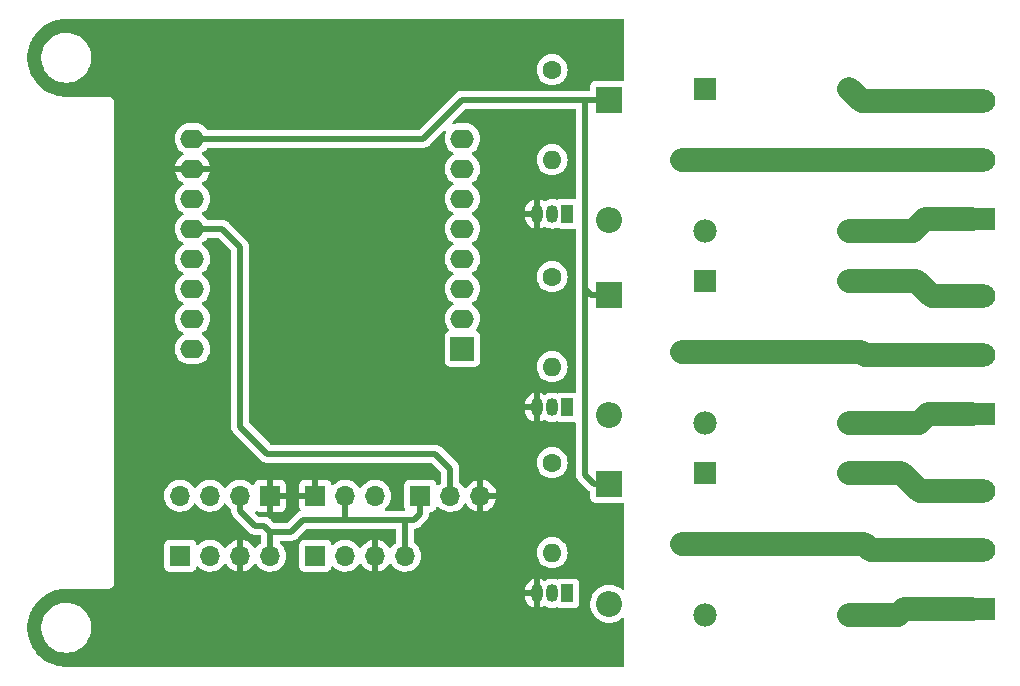
<source format=gbr>
%TF.GenerationSoftware,KiCad,Pcbnew,(6.0.10)*%
%TF.CreationDate,2023-04-17T16:01:09+07:00*%
%TF.ProjectId,PCB,5043422e-6b69-4636-9164-5f7063625858,rev?*%
%TF.SameCoordinates,Original*%
%TF.FileFunction,Copper,L2,Bot*%
%TF.FilePolarity,Positive*%
%FSLAX46Y46*%
G04 Gerber Fmt 4.6, Leading zero omitted, Abs format (unit mm)*
G04 Created by KiCad (PCBNEW (6.0.10)) date 2023-04-17 16:01:09*
%MOMM*%
%LPD*%
G01*
G04 APERTURE LIST*
%TA.AperFunction,ComponentPad*%
%ADD10R,2.000000X2.000000*%
%TD*%
%TA.AperFunction,ComponentPad*%
%ADD11O,2.000000X1.600000*%
%TD*%
%TA.AperFunction,ComponentPad*%
%ADD12R,2.200000X2.200000*%
%TD*%
%TA.AperFunction,ComponentPad*%
%ADD13O,2.200000X2.200000*%
%TD*%
%TA.AperFunction,ComponentPad*%
%ADD14C,1.600000*%
%TD*%
%TA.AperFunction,ComponentPad*%
%ADD15O,1.600000X1.600000*%
%TD*%
%TA.AperFunction,ComponentPad*%
%ADD16R,3.960000X1.980000*%
%TD*%
%TA.AperFunction,ComponentPad*%
%ADD17O,3.960000X1.980000*%
%TD*%
%TA.AperFunction,ComponentPad*%
%ADD18R,1.980000X1.980000*%
%TD*%
%TA.AperFunction,ComponentPad*%
%ADD19C,1.980000*%
%TD*%
%TA.AperFunction,ComponentPad*%
%ADD20C,1.935000*%
%TD*%
%TA.AperFunction,ComponentPad*%
%ADD21R,1.050000X1.500000*%
%TD*%
%TA.AperFunction,ComponentPad*%
%ADD22O,1.050000X1.500000*%
%TD*%
%TA.AperFunction,ComponentPad*%
%ADD23R,1.700000X1.700000*%
%TD*%
%TA.AperFunction,ComponentPad*%
%ADD24O,1.700000X1.700000*%
%TD*%
%TA.AperFunction,Conductor*%
%ADD25C,2.000000*%
%TD*%
%TA.AperFunction,Conductor*%
%ADD26C,0.500000*%
%TD*%
G04 APERTURE END LIST*
D10*
%TO.P,U1,1,~{RST}*%
%TO.N,unconnected-(U1-Pad1)*%
X135405000Y-89154000D03*
D11*
%TO.P,U1,2,A0*%
%TO.N,ANALAOG OUT*%
X135405000Y-86614000D03*
%TO.P,U1,3,D0*%
%TO.N,Input 3*%
X135405000Y-84074000D03*
%TO.P,U1,4,SCK/D5*%
%TO.N,Input 2*%
X135405000Y-81534000D03*
%TO.P,U1,5,MISO/D6*%
%TO.N,Input 1*%
X135405000Y-78994000D03*
%TO.P,U1,6,MOSI/D7*%
%TO.N,DIGITAL OUT*%
X135405000Y-76454000D03*
%TO.P,U1,7,CS/D8*%
%TO.N,unconnected-(U1-Pad7)*%
X135405000Y-73914000D03*
%TO.P,U1,8,3V3*%
%TO.N,unconnected-(U1-Pad8)*%
X135405000Y-71374000D03*
%TO.P,U1,9,5V*%
%TO.N,Net-(D1-Pad1)*%
X112545000Y-71374000D03*
%TO.P,U1,10,GND*%
%TO.N,GND*%
X112545000Y-73914000D03*
%TO.P,U1,11,D4*%
%TO.N,Servo*%
X112545000Y-76454000D03*
%TO.P,U1,12,D3*%
%TO.N,DHT11*%
X112545000Y-78994000D03*
%TO.P,U1,13,SDA/D2*%
%TO.N,SDA*%
X112545000Y-81534000D03*
%TO.P,U1,14,SCL/D1*%
%TO.N,SCL*%
X112545000Y-84074000D03*
%TO.P,U1,15,RX*%
%TO.N,unconnected-(U1-Pad15)*%
X112545000Y-86614000D03*
%TO.P,U1,16,TX*%
%TO.N,unconnected-(U1-Pad16)*%
X112545000Y-89154000D03*
%TD*%
D12*
%TO.P,D3,1,K*%
%TO.N,Net-(D1-Pad1)*%
X147828000Y-100584000D03*
D13*
%TO.P,D3,2,A*%
%TO.N,Net-(D3-Pad2)*%
X147828000Y-110744000D03*
%TD*%
D12*
%TO.P,D1,1,K*%
%TO.N,Net-(D1-Pad1)*%
X147828000Y-68072000D03*
D13*
%TO.P,D1,2,A*%
%TO.N,Net-(D1-Pad2)*%
X147828000Y-78232000D03*
%TD*%
D14*
%TO.P,R1,1*%
%TO.N,Input 1*%
X143002000Y-65532000D03*
D15*
%TO.P,R1,2*%
%TO.N,Net-(Q1-Pad2)*%
X143002000Y-73152000D03*
%TD*%
D16*
%TO.P,J1,1,Pin_1*%
%TO.N,Net-(J1-Pad1)*%
X178572000Y-78193000D03*
D17*
%TO.P,J1,2,Pin_2*%
%TO.N,Net-(J1-Pad2)*%
X178572000Y-73193000D03*
%TO.P,J1,3,Pin_3*%
%TO.N,Net-(J1-Pad3)*%
X178572000Y-68193000D03*
%TD*%
D14*
%TO.P,R2,1*%
%TO.N,Input 2*%
X143002000Y-83058000D03*
D15*
%TO.P,R2,2*%
%TO.N,Net-(Q2-Pad2)*%
X143002000Y-90678000D03*
%TD*%
D18*
%TO.P,K1,A1*%
%TO.N,Net-(D1-Pad1)*%
X155952000Y-67152000D03*
D19*
%TO.P,K1,A2*%
%TO.N,Net-(D1-Pad2)*%
X155952000Y-79152000D03*
D20*
%TO.P,K1,COM*%
%TO.N,Net-(J1-Pad2)*%
X153952000Y-73152000D03*
D19*
%TO.P,K1,NC*%
%TO.N,Net-(J1-Pad3)*%
X168152000Y-67152000D03*
%TO.P,K1,NO*%
%TO.N,Net-(J1-Pad1)*%
X168152000Y-79152000D03*
%TD*%
D21*
%TO.P,Q3,1,C*%
%TO.N,Net-(D3-Pad2)*%
X144272000Y-109876000D03*
D22*
%TO.P,Q3,2,B*%
%TO.N,Net-(Q3-Pad2)*%
X143002000Y-109876000D03*
%TO.P,Q3,3,E*%
%TO.N,GND*%
X141732000Y-109876000D03*
%TD*%
D18*
%TO.P,K2,A1*%
%TO.N,Net-(D1-Pad1)*%
X155952000Y-83408000D03*
D19*
%TO.P,K2,A2*%
%TO.N,Net-(D2-Pad2)*%
X155952000Y-95408000D03*
D20*
%TO.P,K2,COM*%
%TO.N,Net-(J2-Pad2)*%
X153952000Y-89408000D03*
D19*
%TO.P,K2,NC*%
%TO.N,Net-(J2-Pad3)*%
X168152000Y-83408000D03*
%TO.P,K2,NO*%
%TO.N,Net-(J2-Pad1)*%
X168152000Y-95408000D03*
%TD*%
D16*
%TO.P,J3,1,Pin_1*%
%TO.N,Net-(J3-Pad1)*%
X178572000Y-111213000D03*
D17*
%TO.P,J3,2,Pin_2*%
%TO.N,Net-(J3-Pad2)*%
X178572000Y-106213000D03*
%TO.P,J3,3,Pin_3*%
%TO.N,Net-(J3-Pad3)*%
X178572000Y-101213000D03*
%TD*%
D23*
%TO.P,Sensor2,1,Pin_1*%
%TO.N,unconnected-(Sensor2-Pad1)*%
X122936000Y-106680000D03*
D24*
%TO.P,Sensor2,2,Pin_2*%
%TO.N,DIGITAL OUT*%
X125476000Y-106680000D03*
%TO.P,Sensor2,3,Pin_3*%
%TO.N,GND*%
X128016000Y-106680000D03*
%TO.P,Sensor2,4,Pin_4*%
%TO.N,Net-(D1-Pad1)*%
X130556000Y-106680000D03*
%TD*%
D21*
%TO.P,Q1,1,C*%
%TO.N,Net-(D1-Pad2)*%
X144272000Y-77724000D03*
D22*
%TO.P,Q1,2,B*%
%TO.N,Net-(Q1-Pad2)*%
X143002000Y-77724000D03*
%TO.P,Q1,3,E*%
%TO.N,GND*%
X141732000Y-77724000D03*
%TD*%
D12*
%TO.P,D2,1,K*%
%TO.N,Net-(D1-Pad1)*%
X147828000Y-84582000D03*
D13*
%TO.P,D2,2,A*%
%TO.N,Net-(D2-Pad2)*%
X147828000Y-94742000D03*
%TD*%
D18*
%TO.P,K3,A1*%
%TO.N,Net-(D1-Pad1)*%
X155952000Y-99664000D03*
D19*
%TO.P,K3,A2*%
%TO.N,Net-(D3-Pad2)*%
X155952000Y-111664000D03*
D20*
%TO.P,K3,COM*%
%TO.N,Net-(J3-Pad2)*%
X153952000Y-105664000D03*
D19*
%TO.P,K3,NC*%
%TO.N,Net-(J3-Pad3)*%
X168152000Y-99664000D03*
%TO.P,K3,NO*%
%TO.N,Net-(J3-Pad1)*%
X168152000Y-111664000D03*
%TD*%
D14*
%TO.P,R3,1*%
%TO.N,Input 3*%
X143002000Y-98806000D03*
D15*
%TO.P,R3,2*%
%TO.N,Net-(Q3-Pad2)*%
X143002000Y-106426000D03*
%TD*%
D23*
%TO.P,DHT11,1,Pin_1*%
%TO.N,Net-(D1-Pad1)*%
X131841000Y-101600000D03*
D24*
%TO.P,DHT11,2,Pin_2*%
%TO.N,DHT11*%
X134381000Y-101600000D03*
%TO.P,DHT11,3,Pin_3*%
%TO.N,GND*%
X136921000Y-101600000D03*
%TD*%
D23*
%TO.P,Servo1,1,Pin_1*%
%TO.N,GND*%
X122936000Y-101600000D03*
D24*
%TO.P,Servo1,2,Pin_2*%
%TO.N,Net-(D1-Pad1)*%
X125476000Y-101600000D03*
%TO.P,Servo1,3,Pin_3*%
%TO.N,Servo*%
X128016000Y-101600000D03*
%TD*%
D21*
%TO.P,Q2,1,C*%
%TO.N,Net-(D2-Pad2)*%
X144272000Y-94128000D03*
D22*
%TO.P,Q2,2,B*%
%TO.N,Net-(Q2-Pad2)*%
X143002000Y-94128000D03*
%TO.P,Q2,3,E*%
%TO.N,GND*%
X141732000Y-94128000D03*
%TD*%
D23*
%TO.P,Screen1,1,Pin_1*%
%TO.N,GND*%
X119116000Y-101600000D03*
D24*
%TO.P,Screen1,2,Pin_2*%
%TO.N,Net-(D1-Pad1)*%
X116576000Y-101600000D03*
%TO.P,Screen1,3,Pin_3*%
%TO.N,SDA*%
X114036000Y-101600000D03*
%TO.P,Screen1,4,Pin_4*%
%TO.N,SCL*%
X111496000Y-101600000D03*
%TD*%
D23*
%TO.P,Sensor1,1,Pin_1*%
%TO.N,ANALAOG OUT*%
X111506000Y-106680000D03*
D24*
%TO.P,Sensor1,2,Pin_2*%
%TO.N,unconnected-(Sensor1-Pad2)*%
X114046000Y-106680000D03*
%TO.P,Sensor1,3,Pin_3*%
%TO.N,GND*%
X116586000Y-106680000D03*
%TO.P,Sensor1,4,Pin_4*%
%TO.N,Net-(D1-Pad1)*%
X119126000Y-106680000D03*
%TD*%
D16*
%TO.P,J2,1,Pin_1*%
%TO.N,Net-(J2-Pad1)*%
X178572000Y-94703000D03*
D17*
%TO.P,J2,2,Pin_2*%
%TO.N,Net-(J2-Pad2)*%
X178572000Y-89703000D03*
%TO.P,J2,3,Pin_3*%
%TO.N,Net-(J2-Pad3)*%
X178572000Y-84703000D03*
%TD*%
D25*
%TO.N,Net-(J1-Pad1)*%
X168152000Y-79152000D02*
X173578000Y-79152000D01*
X174537000Y-78193000D02*
X178572000Y-78193000D01*
X173578000Y-79152000D02*
X174537000Y-78193000D01*
%TO.N,Net-(J1-Pad2)*%
X153952000Y-73152000D02*
X178531000Y-73152000D01*
%TO.N,Net-(J1-Pad3)*%
X169193000Y-68193000D02*
X178572000Y-68193000D01*
X168152000Y-67152000D02*
X169193000Y-68193000D01*
%TO.N,Net-(J2-Pad1)*%
X174791000Y-94703000D02*
X178572000Y-94703000D01*
X174086000Y-95408000D02*
X174791000Y-94703000D01*
X168152000Y-95408000D02*
X174086000Y-95408000D01*
%TO.N,Net-(J2-Pad2)*%
X153952000Y-89408000D02*
X169164000Y-89408000D01*
X169164000Y-89408000D02*
X169459000Y-89703000D01*
X169459000Y-89703000D02*
X178572000Y-89703000D01*
%TO.N,Net-(J2-Pad3)*%
X168152000Y-83408000D02*
X173832000Y-83408000D01*
X175127000Y-84703000D02*
X178572000Y-84703000D01*
X173832000Y-83408000D02*
X175127000Y-84703000D01*
%TO.N,Net-(J3-Pad1)*%
X172759000Y-111213000D02*
X172308000Y-111664000D01*
X178572000Y-111213000D02*
X172759000Y-111213000D01*
X172308000Y-111664000D02*
X168152000Y-111664000D01*
%TO.N,Net-(J3-Pad2)*%
X153952000Y-105664000D02*
X169418000Y-105664000D01*
X169967000Y-106213000D02*
X178572000Y-106213000D01*
X169418000Y-105664000D02*
X169967000Y-106213000D01*
%TO.N,Net-(J3-Pad3)*%
X168152000Y-99664000D02*
X172562000Y-99664000D01*
X172562000Y-99664000D02*
X174111000Y-101213000D01*
X174111000Y-101213000D02*
X178572000Y-101213000D01*
D26*
%TO.N,DHT11*%
X133096000Y-98044000D02*
X134381000Y-99329000D01*
X116586000Y-80518000D02*
X116586000Y-95758000D01*
X118872000Y-98044000D02*
X133096000Y-98044000D01*
X134381000Y-99329000D02*
X134381000Y-101600000D01*
X116586000Y-95758000D02*
X118872000Y-98044000D01*
X115062000Y-78994000D02*
X116586000Y-80518000D01*
X112545000Y-78994000D02*
X115062000Y-78994000D01*
%TO.N,Net-(D1-Pad1)*%
X119126000Y-104648000D02*
X120904000Y-104648000D01*
X132080000Y-71374000D02*
X135382000Y-68072000D01*
X145796000Y-99822000D02*
X145796000Y-84074000D01*
X124460000Y-103632000D02*
X125476000Y-103632000D01*
X125476000Y-103632000D02*
X125476000Y-101600000D01*
X130556000Y-103632000D02*
X130556000Y-106680000D01*
X119126000Y-104648000D02*
X119126000Y-106680000D01*
X130556000Y-103632000D02*
X131318000Y-103632000D01*
X121920000Y-103632000D02*
X124460000Y-103632000D01*
X116576000Y-101600000D02*
X116576000Y-102860000D01*
X112545000Y-71374000D02*
X132080000Y-71374000D01*
X118618000Y-104140000D02*
X119126000Y-104648000D01*
X146558000Y-100584000D02*
X145796000Y-99822000D01*
X120904000Y-104648000D02*
X121920000Y-103632000D01*
X147828000Y-100584000D02*
X146558000Y-100584000D01*
X145796000Y-84074000D02*
X145796000Y-68072000D01*
X147828000Y-84582000D02*
X146304000Y-84582000D01*
X135382000Y-68072000D02*
X145796000Y-68072000D01*
X131318000Y-103632000D02*
X131841000Y-103109000D01*
X116576000Y-102860000D02*
X117856000Y-104140000D01*
X131841000Y-103109000D02*
X131841000Y-101600000D01*
X125476000Y-103632000D02*
X130556000Y-103632000D01*
X146304000Y-84582000D02*
X145796000Y-84074000D01*
X145796000Y-68072000D02*
X147828000Y-68072000D01*
X117856000Y-104140000D02*
X118618000Y-104140000D01*
%TD*%
%TA.AperFunction,Conductor*%
%TO.N,GND*%
G36*
X149040121Y-61234502D02*
G01*
X149086614Y-61288158D01*
X149098000Y-61340500D01*
X149098000Y-66337500D01*
X149077998Y-66405621D01*
X149024342Y-66452114D01*
X148972000Y-66463500D01*
X146679866Y-66463500D01*
X146617684Y-66470255D01*
X146481295Y-66521385D01*
X146364739Y-66608739D01*
X146277385Y-66725295D01*
X146226255Y-66861684D01*
X146219500Y-66923866D01*
X146219500Y-67187500D01*
X146199498Y-67255621D01*
X146145842Y-67302114D01*
X146093500Y-67313500D01*
X145823835Y-67313500D01*
X145816033Y-67313258D01*
X145754702Y-67309453D01*
X145741740Y-67311680D01*
X145720404Y-67313500D01*
X135449069Y-67313500D01*
X135430121Y-67312067D01*
X135421088Y-67310693D01*
X135415883Y-67309901D01*
X135415881Y-67309901D01*
X135408651Y-67308801D01*
X135401359Y-67309394D01*
X135401356Y-67309394D01*
X135355982Y-67313085D01*
X135345767Y-67313500D01*
X135337707Y-67313500D01*
X135324417Y-67315049D01*
X135309493Y-67316789D01*
X135305118Y-67317222D01*
X135239661Y-67322546D01*
X135239658Y-67322547D01*
X135232363Y-67323140D01*
X135225399Y-67325396D01*
X135219440Y-67326587D01*
X135213585Y-67327971D01*
X135206319Y-67328818D01*
X135137673Y-67353735D01*
X135133545Y-67355152D01*
X135071064Y-67375393D01*
X135071062Y-67375394D01*
X135064101Y-67377649D01*
X135057846Y-67381445D01*
X135052372Y-67383951D01*
X135046942Y-67386670D01*
X135040063Y-67389167D01*
X135033943Y-67393180D01*
X135033942Y-67393180D01*
X134979024Y-67429186D01*
X134975320Y-67431523D01*
X134912893Y-67469405D01*
X134904516Y-67476803D01*
X134904492Y-67476776D01*
X134901500Y-67479429D01*
X134898267Y-67482132D01*
X134892148Y-67486144D01*
X134887116Y-67491456D01*
X134838872Y-67542383D01*
X134836494Y-67544825D01*
X131802724Y-70578595D01*
X131740412Y-70612621D01*
X131713629Y-70615500D01*
X113876867Y-70615500D01*
X113808746Y-70595498D01*
X113773655Y-70561772D01*
X113751198Y-70529700D01*
X113589300Y-70367802D01*
X113584792Y-70364645D01*
X113584789Y-70364643D01*
X113506611Y-70309902D01*
X113401749Y-70236477D01*
X113396767Y-70234154D01*
X113396762Y-70234151D01*
X113199225Y-70142039D01*
X113199224Y-70142039D01*
X113194243Y-70139716D01*
X113188935Y-70138294D01*
X113188933Y-70138293D01*
X112978402Y-70081881D01*
X112978400Y-70081881D01*
X112973087Y-70080457D01*
X112873520Y-70071746D01*
X112804851Y-70065738D01*
X112804844Y-70065738D01*
X112802127Y-70065500D01*
X112287873Y-70065500D01*
X112285156Y-70065738D01*
X112285149Y-70065738D01*
X112216480Y-70071746D01*
X112116913Y-70080457D01*
X112111600Y-70081881D01*
X112111598Y-70081881D01*
X111901067Y-70138293D01*
X111901065Y-70138294D01*
X111895757Y-70139716D01*
X111890776Y-70142039D01*
X111890775Y-70142039D01*
X111693238Y-70234151D01*
X111693233Y-70234154D01*
X111688251Y-70236477D01*
X111583389Y-70309902D01*
X111505211Y-70364643D01*
X111505208Y-70364645D01*
X111500700Y-70367802D01*
X111338802Y-70529700D01*
X111207477Y-70717251D01*
X111205154Y-70722233D01*
X111205151Y-70722238D01*
X111159971Y-70819128D01*
X111110716Y-70924757D01*
X111051457Y-71145913D01*
X111031502Y-71374000D01*
X111051457Y-71602087D01*
X111110716Y-71823243D01*
X111113039Y-71828224D01*
X111113039Y-71828225D01*
X111205151Y-72025762D01*
X111205154Y-72025767D01*
X111207477Y-72030749D01*
X111338802Y-72218300D01*
X111500700Y-72380198D01*
X111505208Y-72383355D01*
X111505211Y-72383357D01*
X111583389Y-72438098D01*
X111688251Y-72511523D01*
X111693233Y-72513846D01*
X111693238Y-72513849D01*
X111728049Y-72530081D01*
X111781334Y-72576998D01*
X111800795Y-72645275D01*
X111780253Y-72713235D01*
X111728049Y-72758471D01*
X111693489Y-72774586D01*
X111683993Y-72780069D01*
X111505533Y-72905028D01*
X111497125Y-72912084D01*
X111343084Y-73066125D01*
X111336028Y-73074533D01*
X111211069Y-73252993D01*
X111205586Y-73262489D01*
X111113510Y-73459947D01*
X111109764Y-73470239D01*
X111063606Y-73642503D01*
X111063942Y-73656599D01*
X111071884Y-73660000D01*
X114012967Y-73660000D01*
X114026498Y-73656027D01*
X114027727Y-73647478D01*
X113980236Y-73470239D01*
X113976490Y-73459947D01*
X113884414Y-73262489D01*
X113878931Y-73252993D01*
X113753972Y-73074533D01*
X113746916Y-73066125D01*
X113592875Y-72912084D01*
X113584467Y-72905028D01*
X113406007Y-72780069D01*
X113396511Y-72774586D01*
X113361951Y-72758471D01*
X113308666Y-72711554D01*
X113289205Y-72643277D01*
X113309747Y-72575317D01*
X113361951Y-72530081D01*
X113396762Y-72513849D01*
X113396767Y-72513846D01*
X113401749Y-72511523D01*
X113506611Y-72438098D01*
X113584789Y-72383357D01*
X113584792Y-72383355D01*
X113589300Y-72380198D01*
X113751198Y-72218300D01*
X113773655Y-72186229D01*
X113829110Y-72141901D01*
X113876867Y-72132500D01*
X132012930Y-72132500D01*
X132031880Y-72133933D01*
X132046115Y-72136099D01*
X132046119Y-72136099D01*
X132053349Y-72137199D01*
X132060641Y-72136606D01*
X132060644Y-72136606D01*
X132106018Y-72132915D01*
X132116233Y-72132500D01*
X132124293Y-72132500D01*
X132137583Y-72130951D01*
X132152507Y-72129211D01*
X132156882Y-72128778D01*
X132222339Y-72123454D01*
X132222342Y-72123453D01*
X132229637Y-72122860D01*
X132236601Y-72120604D01*
X132242560Y-72119413D01*
X132248415Y-72118029D01*
X132255681Y-72117182D01*
X132324327Y-72092265D01*
X132328455Y-72090848D01*
X132390936Y-72070607D01*
X132390938Y-72070606D01*
X132397899Y-72068351D01*
X132404154Y-72064555D01*
X132409628Y-72062049D01*
X132415058Y-72059330D01*
X132421937Y-72056833D01*
X132454846Y-72035257D01*
X132482976Y-72016814D01*
X132486680Y-72014477D01*
X132549107Y-71976595D01*
X132557484Y-71969197D01*
X132557508Y-71969224D01*
X132560500Y-71966571D01*
X132563733Y-71963868D01*
X132569852Y-71959856D01*
X132623128Y-71903617D01*
X132625506Y-71901175D01*
X133787659Y-70739022D01*
X133849971Y-70704996D01*
X133920786Y-70710061D01*
X133977622Y-70752608D01*
X134002433Y-70819128D01*
X133990949Y-70881367D01*
X133970716Y-70924757D01*
X133911457Y-71145913D01*
X133891502Y-71374000D01*
X133911457Y-71602087D01*
X133970716Y-71823243D01*
X133973039Y-71828224D01*
X133973039Y-71828225D01*
X134065151Y-72025762D01*
X134065154Y-72025767D01*
X134067477Y-72030749D01*
X134198802Y-72218300D01*
X134360700Y-72380198D01*
X134365208Y-72383355D01*
X134365211Y-72383357D01*
X134443389Y-72438098D01*
X134548251Y-72511523D01*
X134553233Y-72513846D01*
X134553238Y-72513849D01*
X134587457Y-72529805D01*
X134640742Y-72576722D01*
X134660203Y-72644999D01*
X134639661Y-72712959D01*
X134587457Y-72758195D01*
X134553238Y-72774151D01*
X134553233Y-72774154D01*
X134548251Y-72776477D01*
X134443389Y-72849902D01*
X134365211Y-72904643D01*
X134365208Y-72904645D01*
X134360700Y-72907802D01*
X134198802Y-73069700D01*
X134067477Y-73257251D01*
X134065154Y-73262233D01*
X134065151Y-73262238D01*
X133973039Y-73459775D01*
X133970716Y-73464757D01*
X133911457Y-73685913D01*
X133891502Y-73914000D01*
X133911457Y-74142087D01*
X133912881Y-74147400D01*
X133912881Y-74147402D01*
X133950963Y-74289523D01*
X133970716Y-74363243D01*
X133973039Y-74368224D01*
X133973039Y-74368225D01*
X134065151Y-74565762D01*
X134065154Y-74565767D01*
X134067477Y-74570749D01*
X134198802Y-74758300D01*
X134360700Y-74920198D01*
X134365208Y-74923355D01*
X134365211Y-74923357D01*
X134443389Y-74978098D01*
X134548251Y-75051523D01*
X134553233Y-75053846D01*
X134553238Y-75053849D01*
X134587457Y-75069805D01*
X134640742Y-75116722D01*
X134660203Y-75184999D01*
X134639661Y-75252959D01*
X134587457Y-75298195D01*
X134553238Y-75314151D01*
X134553233Y-75314154D01*
X134548251Y-75316477D01*
X134443389Y-75389902D01*
X134365211Y-75444643D01*
X134365208Y-75444645D01*
X134360700Y-75447802D01*
X134198802Y-75609700D01*
X134067477Y-75797251D01*
X134065154Y-75802233D01*
X134065151Y-75802238D01*
X133973039Y-75999775D01*
X133970716Y-76004757D01*
X133911457Y-76225913D01*
X133891502Y-76454000D01*
X133911457Y-76682087D01*
X133912881Y-76687400D01*
X133912881Y-76687402D01*
X133915586Y-76697495D01*
X133970716Y-76903243D01*
X133973039Y-76908224D01*
X133973039Y-76908225D01*
X134065151Y-77105762D01*
X134065154Y-77105767D01*
X134067477Y-77110749D01*
X134070634Y-77115257D01*
X134194253Y-77291803D01*
X134198802Y-77298300D01*
X134360700Y-77460198D01*
X134365208Y-77463355D01*
X134365211Y-77463357D01*
X134416826Y-77499498D01*
X134548251Y-77591523D01*
X134553233Y-77593846D01*
X134553238Y-77593849D01*
X134587457Y-77609805D01*
X134640742Y-77656722D01*
X134660203Y-77724999D01*
X134639661Y-77792959D01*
X134587457Y-77838195D01*
X134553238Y-77854151D01*
X134553233Y-77854154D01*
X134548251Y-77856477D01*
X134443389Y-77929902D01*
X134365211Y-77984643D01*
X134365208Y-77984645D01*
X134360700Y-77987802D01*
X134198802Y-78149700D01*
X134067477Y-78337251D01*
X134065154Y-78342233D01*
X134065151Y-78342238D01*
X133980536Y-78523698D01*
X133970716Y-78544757D01*
X133969294Y-78550065D01*
X133969293Y-78550067D01*
X133912881Y-78760598D01*
X133911457Y-78765913D01*
X133891502Y-78994000D01*
X133911457Y-79222087D01*
X133970716Y-79443243D01*
X133973039Y-79448224D01*
X133973039Y-79448225D01*
X134065151Y-79645762D01*
X134065154Y-79645767D01*
X134067477Y-79650749D01*
X134080688Y-79669616D01*
X134189916Y-79825609D01*
X134198802Y-79838300D01*
X134360700Y-80000198D01*
X134365208Y-80003355D01*
X134365211Y-80003357D01*
X134430242Y-80048892D01*
X134548251Y-80131523D01*
X134553233Y-80133846D01*
X134553238Y-80133849D01*
X134587457Y-80149805D01*
X134640742Y-80196722D01*
X134660203Y-80264999D01*
X134639661Y-80332959D01*
X134587457Y-80378195D01*
X134553238Y-80394151D01*
X134553233Y-80394154D01*
X134548251Y-80396477D01*
X134484543Y-80441086D01*
X134365211Y-80524643D01*
X134365208Y-80524645D01*
X134360700Y-80527802D01*
X134198802Y-80689700D01*
X134067477Y-80877251D01*
X134065154Y-80882233D01*
X134065151Y-80882238D01*
X133973039Y-81079775D01*
X133970716Y-81084757D01*
X133911457Y-81305913D01*
X133891502Y-81534000D01*
X133911457Y-81762087D01*
X133912881Y-81767400D01*
X133912881Y-81767402D01*
X133953275Y-81918151D01*
X133970716Y-81983243D01*
X133973039Y-81988224D01*
X133973039Y-81988225D01*
X134065151Y-82185762D01*
X134065154Y-82185767D01*
X134067477Y-82190749D01*
X134198802Y-82378300D01*
X134360700Y-82540198D01*
X134365208Y-82543355D01*
X134365211Y-82543357D01*
X134443389Y-82598098D01*
X134548251Y-82671523D01*
X134553233Y-82673846D01*
X134553238Y-82673849D01*
X134587457Y-82689805D01*
X134640742Y-82736722D01*
X134660203Y-82804999D01*
X134639661Y-82872959D01*
X134587457Y-82918195D01*
X134553238Y-82934151D01*
X134553233Y-82934154D01*
X134548251Y-82936477D01*
X134523943Y-82953498D01*
X134365211Y-83064643D01*
X134365208Y-83064645D01*
X134360700Y-83067802D01*
X134198802Y-83229700D01*
X134067477Y-83417251D01*
X134065154Y-83422233D01*
X134065151Y-83422238D01*
X134059729Y-83433866D01*
X133970716Y-83624757D01*
X133969294Y-83630065D01*
X133969293Y-83630067D01*
X133912881Y-83840598D01*
X133911457Y-83845913D01*
X133891502Y-84074000D01*
X133911457Y-84302087D01*
X133970716Y-84523243D01*
X133973039Y-84528224D01*
X133973039Y-84528225D01*
X134065151Y-84725762D01*
X134065154Y-84725767D01*
X134067477Y-84730749D01*
X134198802Y-84918300D01*
X134360700Y-85080198D01*
X134365208Y-85083355D01*
X134365211Y-85083357D01*
X134443389Y-85138098D01*
X134548251Y-85211523D01*
X134553233Y-85213846D01*
X134553238Y-85213849D01*
X134587457Y-85229805D01*
X134640742Y-85276722D01*
X134660203Y-85344999D01*
X134639661Y-85412959D01*
X134587457Y-85458195D01*
X134553238Y-85474151D01*
X134553233Y-85474154D01*
X134548251Y-85476477D01*
X134443389Y-85549902D01*
X134365211Y-85604643D01*
X134365208Y-85604645D01*
X134360700Y-85607802D01*
X134198802Y-85769700D01*
X134067477Y-85957251D01*
X134065154Y-85962233D01*
X134065151Y-85962238D01*
X133985704Y-86132615D01*
X133970716Y-86164757D01*
X133969294Y-86170065D01*
X133969293Y-86170067D01*
X133948309Y-86248379D01*
X133911457Y-86385913D01*
X133891502Y-86614000D01*
X133911457Y-86842087D01*
X133970716Y-87063243D01*
X133973039Y-87068224D01*
X133973039Y-87068225D01*
X134065151Y-87265762D01*
X134065154Y-87265767D01*
X134067477Y-87270749D01*
X134198802Y-87458300D01*
X134227635Y-87487133D01*
X134261661Y-87549445D01*
X134256596Y-87620260D01*
X134214049Y-87677096D01*
X134182768Y-87694210D01*
X134166707Y-87700231D01*
X134166704Y-87700233D01*
X134158295Y-87703385D01*
X134041739Y-87790739D01*
X133954385Y-87907295D01*
X133903255Y-88043684D01*
X133896500Y-88105866D01*
X133896500Y-90202134D01*
X133903255Y-90264316D01*
X133954385Y-90400705D01*
X134041739Y-90517261D01*
X134158295Y-90604615D01*
X134294684Y-90655745D01*
X134356866Y-90662500D01*
X136453134Y-90662500D01*
X136515316Y-90655745D01*
X136651705Y-90604615D01*
X136768261Y-90517261D01*
X136855615Y-90400705D01*
X136906745Y-90264316D01*
X136913500Y-90202134D01*
X136913500Y-88105866D01*
X136906745Y-88043684D01*
X136855615Y-87907295D01*
X136768261Y-87790739D01*
X136651705Y-87703385D01*
X136643296Y-87700233D01*
X136643293Y-87700231D01*
X136627232Y-87694210D01*
X136570467Y-87651569D01*
X136545766Y-87585008D01*
X136560973Y-87515659D01*
X136582365Y-87487133D01*
X136611198Y-87458300D01*
X136742523Y-87270749D01*
X136744846Y-87265767D01*
X136744849Y-87265762D01*
X136836961Y-87068225D01*
X136836961Y-87068224D01*
X136839284Y-87063243D01*
X136898543Y-86842087D01*
X136918498Y-86614000D01*
X136898543Y-86385913D01*
X136861691Y-86248379D01*
X136840707Y-86170067D01*
X136840706Y-86170065D01*
X136839284Y-86164757D01*
X136824296Y-86132615D01*
X136744849Y-85962238D01*
X136744846Y-85962233D01*
X136742523Y-85957251D01*
X136611198Y-85769700D01*
X136449300Y-85607802D01*
X136444792Y-85604645D01*
X136444789Y-85604643D01*
X136366611Y-85549902D01*
X136261749Y-85476477D01*
X136256767Y-85474154D01*
X136256762Y-85474151D01*
X136222543Y-85458195D01*
X136169258Y-85411278D01*
X136149797Y-85343001D01*
X136170339Y-85275041D01*
X136222543Y-85229805D01*
X136256762Y-85213849D01*
X136256767Y-85213846D01*
X136261749Y-85211523D01*
X136366611Y-85138098D01*
X136444789Y-85083357D01*
X136444792Y-85083355D01*
X136449300Y-85080198D01*
X136611198Y-84918300D01*
X136742523Y-84730749D01*
X136744846Y-84725767D01*
X136744849Y-84725762D01*
X136836961Y-84528225D01*
X136836961Y-84528224D01*
X136839284Y-84523243D01*
X136898543Y-84302087D01*
X136918498Y-84074000D01*
X136898543Y-83845913D01*
X136897119Y-83840598D01*
X136840707Y-83630067D01*
X136840706Y-83630065D01*
X136839284Y-83624757D01*
X136750271Y-83433866D01*
X136744849Y-83422238D01*
X136744846Y-83422233D01*
X136742523Y-83417251D01*
X136611198Y-83229700D01*
X136449300Y-83067802D01*
X136444792Y-83064645D01*
X136444789Y-83064643D01*
X136435302Y-83058000D01*
X141688502Y-83058000D01*
X141708457Y-83286087D01*
X141709881Y-83291400D01*
X141709881Y-83291402D01*
X141748055Y-83433866D01*
X141767716Y-83507243D01*
X141770039Y-83512224D01*
X141770039Y-83512225D01*
X141862151Y-83709762D01*
X141862154Y-83709767D01*
X141864477Y-83714749D01*
X141995802Y-83902300D01*
X142157700Y-84064198D01*
X142162208Y-84067355D01*
X142162211Y-84067357D01*
X142240389Y-84122098D01*
X142345251Y-84195523D01*
X142350233Y-84197846D01*
X142350238Y-84197849D01*
X142547775Y-84289961D01*
X142552757Y-84292284D01*
X142558065Y-84293706D01*
X142558067Y-84293707D01*
X142768598Y-84350119D01*
X142768600Y-84350119D01*
X142773913Y-84351543D01*
X143002000Y-84371498D01*
X143230087Y-84351543D01*
X143235400Y-84350119D01*
X143235402Y-84350119D01*
X143445933Y-84293707D01*
X143445935Y-84293706D01*
X143451243Y-84292284D01*
X143456225Y-84289961D01*
X143653762Y-84197849D01*
X143653767Y-84197846D01*
X143658749Y-84195523D01*
X143763611Y-84122098D01*
X143841789Y-84067357D01*
X143841792Y-84067355D01*
X143846300Y-84064198D01*
X144008198Y-83902300D01*
X144139523Y-83714749D01*
X144141846Y-83709767D01*
X144141849Y-83709762D01*
X144233961Y-83512225D01*
X144233961Y-83512224D01*
X144236284Y-83507243D01*
X144255946Y-83433866D01*
X144294119Y-83291402D01*
X144294119Y-83291400D01*
X144295543Y-83286087D01*
X144315498Y-83058000D01*
X144295543Y-82829913D01*
X144288332Y-82803001D01*
X144237707Y-82614067D01*
X144237706Y-82614065D01*
X144236284Y-82608757D01*
X144204315Y-82540198D01*
X144141849Y-82406238D01*
X144141846Y-82406233D01*
X144139523Y-82401251D01*
X144008198Y-82213700D01*
X143846300Y-82051802D01*
X143841792Y-82048645D01*
X143841789Y-82048643D01*
X143740804Y-81977933D01*
X143658749Y-81920477D01*
X143653767Y-81918154D01*
X143653762Y-81918151D01*
X143456225Y-81826039D01*
X143456224Y-81826039D01*
X143451243Y-81823716D01*
X143445935Y-81822294D01*
X143445933Y-81822293D01*
X143235402Y-81765881D01*
X143235400Y-81765881D01*
X143230087Y-81764457D01*
X143002000Y-81744502D01*
X142773913Y-81764457D01*
X142768600Y-81765881D01*
X142768598Y-81765881D01*
X142558067Y-81822293D01*
X142558065Y-81822294D01*
X142552757Y-81823716D01*
X142547776Y-81826039D01*
X142547775Y-81826039D01*
X142350238Y-81918151D01*
X142350233Y-81918154D01*
X142345251Y-81920477D01*
X142263196Y-81977933D01*
X142162211Y-82048643D01*
X142162208Y-82048645D01*
X142157700Y-82051802D01*
X141995802Y-82213700D01*
X141864477Y-82401251D01*
X141862154Y-82406233D01*
X141862151Y-82406238D01*
X141799685Y-82540198D01*
X141767716Y-82608757D01*
X141766294Y-82614065D01*
X141766293Y-82614067D01*
X141715668Y-82803001D01*
X141708457Y-82829913D01*
X141688502Y-83058000D01*
X136435302Y-83058000D01*
X136286057Y-82953498D01*
X136261749Y-82936477D01*
X136256767Y-82934154D01*
X136256762Y-82934151D01*
X136222543Y-82918195D01*
X136169258Y-82871278D01*
X136149797Y-82803001D01*
X136170339Y-82735041D01*
X136222543Y-82689805D01*
X136256762Y-82673849D01*
X136256767Y-82673846D01*
X136261749Y-82671523D01*
X136366611Y-82598098D01*
X136444789Y-82543357D01*
X136444792Y-82543355D01*
X136449300Y-82540198D01*
X136611198Y-82378300D01*
X136742523Y-82190749D01*
X136744846Y-82185767D01*
X136744849Y-82185762D01*
X136836961Y-81988225D01*
X136836961Y-81988224D01*
X136839284Y-81983243D01*
X136856726Y-81918151D01*
X136897119Y-81767402D01*
X136897119Y-81767400D01*
X136898543Y-81762087D01*
X136918498Y-81534000D01*
X136898543Y-81305913D01*
X136839284Y-81084757D01*
X136836961Y-81079775D01*
X136744849Y-80882238D01*
X136744846Y-80882233D01*
X136742523Y-80877251D01*
X136611198Y-80689700D01*
X136449300Y-80527802D01*
X136444792Y-80524645D01*
X136444789Y-80524643D01*
X136325457Y-80441086D01*
X136261749Y-80396477D01*
X136256767Y-80394154D01*
X136256762Y-80394151D01*
X136222543Y-80378195D01*
X136169258Y-80331278D01*
X136149797Y-80263001D01*
X136170339Y-80195041D01*
X136222543Y-80149805D01*
X136256762Y-80133849D01*
X136256767Y-80133846D01*
X136261749Y-80131523D01*
X136379758Y-80048892D01*
X136444789Y-80003357D01*
X136444792Y-80003355D01*
X136449300Y-80000198D01*
X136611198Y-79838300D01*
X136620085Y-79825609D01*
X136729312Y-79669616D01*
X136742523Y-79650749D01*
X136744846Y-79645767D01*
X136744849Y-79645762D01*
X136836961Y-79448225D01*
X136836961Y-79448224D01*
X136839284Y-79443243D01*
X136898543Y-79222087D01*
X136918498Y-78994000D01*
X136898543Y-78765913D01*
X136897119Y-78760598D01*
X136840707Y-78550067D01*
X136840706Y-78550065D01*
X136839284Y-78544757D01*
X136829464Y-78523698D01*
X136744849Y-78342238D01*
X136744846Y-78342233D01*
X136742523Y-78337251D01*
X136611198Y-78149700D01*
X136458388Y-77996890D01*
X140699000Y-77996890D01*
X140699300Y-78003035D01*
X140713170Y-78144481D01*
X140715553Y-78156519D01*
X140770542Y-78338651D01*
X140775217Y-78349993D01*
X140864535Y-78517977D01*
X140871322Y-78528193D01*
X140991572Y-78675634D01*
X141000216Y-78684338D01*
X141146809Y-78805610D01*
X141156980Y-78812470D01*
X141324342Y-78902962D01*
X141335647Y-78907714D01*
X141460692Y-78946422D01*
X141474795Y-78946628D01*
X141478000Y-78939873D01*
X141478000Y-77996115D01*
X141473525Y-77980876D01*
X141472135Y-77979671D01*
X141464452Y-77978000D01*
X140717115Y-77978000D01*
X140701876Y-77982475D01*
X140700671Y-77983865D01*
X140699000Y-77991548D01*
X140699000Y-77996890D01*
X136458388Y-77996890D01*
X136449300Y-77987802D01*
X136444792Y-77984645D01*
X136444789Y-77984643D01*
X136366611Y-77929902D01*
X136261749Y-77856477D01*
X136256767Y-77854154D01*
X136256762Y-77854151D01*
X136222543Y-77838195D01*
X136169258Y-77791278D01*
X136149797Y-77723001D01*
X136170339Y-77655041D01*
X136222543Y-77609805D01*
X136256762Y-77593849D01*
X136256767Y-77593846D01*
X136261749Y-77591523D01*
X136393174Y-77499498D01*
X136444789Y-77463357D01*
X136444792Y-77463355D01*
X136449300Y-77460198D01*
X136457613Y-77451885D01*
X140699000Y-77451885D01*
X140703475Y-77467124D01*
X140704865Y-77468329D01*
X140712548Y-77470000D01*
X141459885Y-77470000D01*
X141475124Y-77465525D01*
X141476329Y-77464135D01*
X141478000Y-77456452D01*
X141478000Y-76515014D01*
X141474027Y-76501483D01*
X141466232Y-76500363D01*
X141349068Y-76534846D01*
X141337700Y-76539439D01*
X141169089Y-76627586D01*
X141158827Y-76634302D01*
X141010557Y-76753515D01*
X141001787Y-76762103D01*
X140879501Y-76907838D01*
X140872563Y-76917969D01*
X140780906Y-77084692D01*
X140776076Y-77095962D01*
X140718548Y-77277315D01*
X140715998Y-77289309D01*
X140699393Y-77437350D01*
X140699000Y-77444374D01*
X140699000Y-77451885D01*
X136457613Y-77451885D01*
X136611198Y-77298300D01*
X136615748Y-77291803D01*
X136739366Y-77115257D01*
X136742523Y-77110749D01*
X136744846Y-77105767D01*
X136744849Y-77105762D01*
X136836961Y-76908225D01*
X136836961Y-76908224D01*
X136839284Y-76903243D01*
X136894415Y-76697495D01*
X136897119Y-76687402D01*
X136897119Y-76687400D01*
X136898543Y-76682087D01*
X136918498Y-76454000D01*
X136898543Y-76225913D01*
X136839284Y-76004757D01*
X136836961Y-75999775D01*
X136744849Y-75802238D01*
X136744846Y-75802233D01*
X136742523Y-75797251D01*
X136611198Y-75609700D01*
X136449300Y-75447802D01*
X136444792Y-75444645D01*
X136444789Y-75444643D01*
X136366611Y-75389902D01*
X136261749Y-75316477D01*
X136256767Y-75314154D01*
X136256762Y-75314151D01*
X136222543Y-75298195D01*
X136169258Y-75251278D01*
X136149797Y-75183001D01*
X136170339Y-75115041D01*
X136222543Y-75069805D01*
X136256762Y-75053849D01*
X136256767Y-75053846D01*
X136261749Y-75051523D01*
X136366611Y-74978098D01*
X136444789Y-74923357D01*
X136444792Y-74923355D01*
X136449300Y-74920198D01*
X136611198Y-74758300D01*
X136742523Y-74570749D01*
X136744846Y-74565767D01*
X136744849Y-74565762D01*
X136836961Y-74368225D01*
X136836961Y-74368224D01*
X136839284Y-74363243D01*
X136859038Y-74289523D01*
X136897119Y-74147402D01*
X136897119Y-74147400D01*
X136898543Y-74142087D01*
X136918498Y-73914000D01*
X136898543Y-73685913D01*
X136839284Y-73464757D01*
X136836961Y-73459775D01*
X136744849Y-73262238D01*
X136744846Y-73262233D01*
X136742523Y-73257251D01*
X136668825Y-73152000D01*
X141688502Y-73152000D01*
X141708457Y-73380087D01*
X141709881Y-73385400D01*
X141709881Y-73385402D01*
X141729856Y-73459947D01*
X141767716Y-73601243D01*
X141770039Y-73606224D01*
X141770039Y-73606225D01*
X141862151Y-73803762D01*
X141862154Y-73803767D01*
X141864477Y-73808749D01*
X141995802Y-73996300D01*
X142157700Y-74158198D01*
X142162208Y-74161355D01*
X142162211Y-74161357D01*
X142189582Y-74180522D01*
X142345251Y-74289523D01*
X142350233Y-74291846D01*
X142350238Y-74291849D01*
X142503345Y-74363243D01*
X142552757Y-74386284D01*
X142558065Y-74387706D01*
X142558067Y-74387707D01*
X142768598Y-74444119D01*
X142768600Y-74444119D01*
X142773913Y-74445543D01*
X143002000Y-74465498D01*
X143230087Y-74445543D01*
X143235400Y-74444119D01*
X143235402Y-74444119D01*
X143445933Y-74387707D01*
X143445935Y-74387706D01*
X143451243Y-74386284D01*
X143500655Y-74363243D01*
X143653762Y-74291849D01*
X143653767Y-74291846D01*
X143658749Y-74289523D01*
X143814418Y-74180522D01*
X143841789Y-74161357D01*
X143841792Y-74161355D01*
X143846300Y-74158198D01*
X144008198Y-73996300D01*
X144139523Y-73808749D01*
X144141846Y-73803767D01*
X144141849Y-73803762D01*
X144233961Y-73606225D01*
X144233961Y-73606224D01*
X144236284Y-73601243D01*
X144274145Y-73459947D01*
X144294119Y-73385402D01*
X144294119Y-73385400D01*
X144295543Y-73380087D01*
X144315498Y-73152000D01*
X144295543Y-72923913D01*
X144294119Y-72918598D01*
X144237707Y-72708067D01*
X144237706Y-72708065D01*
X144236284Y-72702757D01*
X144209351Y-72644999D01*
X144141849Y-72500238D01*
X144141846Y-72500233D01*
X144139523Y-72495251D01*
X144008198Y-72307700D01*
X143846300Y-72145802D01*
X143841792Y-72142645D01*
X143841789Y-72142643D01*
X143735689Y-72068351D01*
X143658749Y-72014477D01*
X143653767Y-72012154D01*
X143653762Y-72012151D01*
X143456225Y-71920039D01*
X143456224Y-71920039D01*
X143451243Y-71917716D01*
X143445935Y-71916294D01*
X143445933Y-71916293D01*
X143235402Y-71859881D01*
X143235400Y-71859881D01*
X143230087Y-71858457D01*
X143002000Y-71838502D01*
X142773913Y-71858457D01*
X142768600Y-71859881D01*
X142768598Y-71859881D01*
X142558067Y-71916293D01*
X142558065Y-71916294D01*
X142552757Y-71917716D01*
X142547776Y-71920039D01*
X142547775Y-71920039D01*
X142350238Y-72012151D01*
X142350233Y-72012154D01*
X142345251Y-72014477D01*
X142268311Y-72068351D01*
X142162211Y-72142643D01*
X142162208Y-72142645D01*
X142157700Y-72145802D01*
X141995802Y-72307700D01*
X141864477Y-72495251D01*
X141862154Y-72500233D01*
X141862151Y-72500238D01*
X141794649Y-72644999D01*
X141767716Y-72702757D01*
X141766294Y-72708065D01*
X141766293Y-72708067D01*
X141709881Y-72918598D01*
X141708457Y-72923913D01*
X141688502Y-73152000D01*
X136668825Y-73152000D01*
X136611198Y-73069700D01*
X136449300Y-72907802D01*
X136444792Y-72904645D01*
X136444789Y-72904643D01*
X136366611Y-72849902D01*
X136261749Y-72776477D01*
X136256767Y-72774154D01*
X136256762Y-72774151D01*
X136222543Y-72758195D01*
X136169258Y-72711278D01*
X136149797Y-72643001D01*
X136170339Y-72575041D01*
X136222543Y-72529805D01*
X136256762Y-72513849D01*
X136256767Y-72513846D01*
X136261749Y-72511523D01*
X136366611Y-72438098D01*
X136444789Y-72383357D01*
X136444792Y-72383355D01*
X136449300Y-72380198D01*
X136611198Y-72218300D01*
X136742523Y-72030749D01*
X136744846Y-72025767D01*
X136744849Y-72025762D01*
X136836961Y-71828225D01*
X136836961Y-71828224D01*
X136839284Y-71823243D01*
X136898543Y-71602087D01*
X136918498Y-71374000D01*
X136898543Y-71145913D01*
X136839284Y-70924757D01*
X136790029Y-70819128D01*
X136744849Y-70722238D01*
X136744846Y-70722233D01*
X136742523Y-70717251D01*
X136611198Y-70529700D01*
X136449300Y-70367802D01*
X136444792Y-70364645D01*
X136444789Y-70364643D01*
X136366611Y-70309902D01*
X136261749Y-70236477D01*
X136256767Y-70234154D01*
X136256762Y-70234151D01*
X136059225Y-70142039D01*
X136059224Y-70142039D01*
X136054243Y-70139716D01*
X136048935Y-70138294D01*
X136048933Y-70138293D01*
X135838402Y-70081881D01*
X135838400Y-70081881D01*
X135833087Y-70080457D01*
X135733520Y-70071746D01*
X135664851Y-70065738D01*
X135664844Y-70065738D01*
X135662127Y-70065500D01*
X135147873Y-70065500D01*
X135145156Y-70065738D01*
X135145149Y-70065738D01*
X135076480Y-70071746D01*
X134976913Y-70080457D01*
X134971600Y-70081881D01*
X134971598Y-70081881D01*
X134761067Y-70138293D01*
X134761065Y-70138294D01*
X134755757Y-70139716D01*
X134750776Y-70142039D01*
X134750775Y-70142039D01*
X134712367Y-70159949D01*
X134642175Y-70170610D01*
X134577362Y-70141630D01*
X134538506Y-70082210D01*
X134537943Y-70011216D01*
X134570022Y-69956659D01*
X135659276Y-68867405D01*
X135721588Y-68833379D01*
X135748371Y-68830500D01*
X144911500Y-68830500D01*
X144979621Y-68850502D01*
X145026114Y-68904158D01*
X145037500Y-68956500D01*
X145037500Y-76345968D01*
X145017498Y-76414089D01*
X144963842Y-76460582D01*
X144897893Y-76471231D01*
X144848533Y-76465869D01*
X144848529Y-76465869D01*
X144845134Y-76465500D01*
X143698866Y-76465500D01*
X143636684Y-76472255D01*
X143620466Y-76478335D01*
X143508704Y-76520232D01*
X143508701Y-76520234D01*
X143500295Y-76523385D01*
X143493106Y-76528773D01*
X143492863Y-76528906D01*
X143423506Y-76544076D01*
X143395092Y-76538752D01*
X143386587Y-76536119D01*
X143210820Y-76481710D01*
X143204695Y-76481066D01*
X143204694Y-76481066D01*
X143015378Y-76461168D01*
X143015377Y-76461168D01*
X143009250Y-76460524D01*
X142925986Y-76468102D01*
X142813543Y-76478335D01*
X142813540Y-76478336D01*
X142807404Y-76478894D01*
X142801498Y-76480632D01*
X142801494Y-76480633D01*
X142708079Y-76508127D01*
X142612971Y-76536119D01*
X142607514Y-76538972D01*
X142607511Y-76538973D01*
X142438819Y-76627162D01*
X142438815Y-76627165D01*
X142433355Y-76630019D01*
X142433103Y-76630221D01*
X142367088Y-76650201D01*
X142306115Y-76635041D01*
X142139658Y-76545038D01*
X142128353Y-76540286D01*
X142003308Y-76501578D01*
X141989205Y-76501372D01*
X141986000Y-76508127D01*
X141986000Y-77277758D01*
X141985215Y-77291803D01*
X141968500Y-77440817D01*
X141968500Y-78000004D01*
X141983277Y-78150713D01*
X141983968Y-78153002D01*
X141986000Y-78173724D01*
X141986000Y-78932986D01*
X141989973Y-78946517D01*
X141997768Y-78947637D01*
X142114932Y-78913154D01*
X142126300Y-78908561D01*
X142294907Y-78820416D01*
X142297983Y-78818403D01*
X142299822Y-78817846D01*
X142300370Y-78817560D01*
X142300424Y-78817664D01*
X142365936Y-78797839D01*
X142426906Y-78812999D01*
X142599565Y-78906356D01*
X142696373Y-78936323D01*
X142787293Y-78964468D01*
X142787296Y-78964469D01*
X142793180Y-78966290D01*
X142799305Y-78966934D01*
X142799306Y-78966934D01*
X142988622Y-78986832D01*
X142988623Y-78986832D01*
X142994750Y-78987476D01*
X143078014Y-78979898D01*
X143190457Y-78969665D01*
X143190460Y-78969664D01*
X143196596Y-78969106D01*
X143202502Y-78967368D01*
X143202506Y-78967367D01*
X143385121Y-78913620D01*
X143385123Y-78913619D01*
X143388111Y-78912740D01*
X143391029Y-78911881D01*
X143391282Y-78912740D01*
X143456662Y-78906286D01*
X143493406Y-78919452D01*
X143500295Y-78924615D01*
X143508696Y-78927764D01*
X143508699Y-78927766D01*
X143561706Y-78947637D01*
X143636684Y-78975745D01*
X143698866Y-78982500D01*
X144845134Y-78982500D01*
X144848529Y-78982131D01*
X144848533Y-78982131D01*
X144897893Y-78976769D01*
X144967775Y-78989297D01*
X145019791Y-79037618D01*
X145037500Y-79102032D01*
X145037500Y-84006930D01*
X145036067Y-84025880D01*
X145032801Y-84047349D01*
X145033394Y-84054641D01*
X145033394Y-84054644D01*
X145037085Y-84100018D01*
X145037500Y-84110233D01*
X145037500Y-92749968D01*
X145017498Y-92818089D01*
X144963842Y-92864582D01*
X144897893Y-92875231D01*
X144848533Y-92869869D01*
X144848529Y-92869869D01*
X144845134Y-92869500D01*
X143698866Y-92869500D01*
X143636684Y-92876255D01*
X143620466Y-92882335D01*
X143508704Y-92924232D01*
X143508701Y-92924234D01*
X143500295Y-92927385D01*
X143493106Y-92932773D01*
X143492863Y-92932906D01*
X143423506Y-92948076D01*
X143395092Y-92942752D01*
X143386587Y-92940119D01*
X143210820Y-92885710D01*
X143204695Y-92885066D01*
X143204694Y-92885066D01*
X143015378Y-92865168D01*
X143015377Y-92865168D01*
X143009250Y-92864524D01*
X142925986Y-92872102D01*
X142813543Y-92882335D01*
X142813540Y-92882336D01*
X142807404Y-92882894D01*
X142801498Y-92884632D01*
X142801494Y-92884633D01*
X142708079Y-92912127D01*
X142612971Y-92940119D01*
X142607514Y-92942972D01*
X142607511Y-92942973D01*
X142438819Y-93031162D01*
X142438815Y-93031165D01*
X142433355Y-93034019D01*
X142433103Y-93034221D01*
X142367088Y-93054201D01*
X142306115Y-93039041D01*
X142139658Y-92949038D01*
X142128353Y-92944286D01*
X142003308Y-92905578D01*
X141989205Y-92905372D01*
X141986000Y-92912127D01*
X141986000Y-93681758D01*
X141985215Y-93695803D01*
X141968500Y-93844817D01*
X141968500Y-94404004D01*
X141983277Y-94554713D01*
X141983968Y-94557002D01*
X141986000Y-94577724D01*
X141986000Y-95336986D01*
X141989973Y-95350517D01*
X141997768Y-95351637D01*
X142114932Y-95317154D01*
X142126300Y-95312561D01*
X142294907Y-95224416D01*
X142297983Y-95222403D01*
X142299822Y-95221846D01*
X142300370Y-95221560D01*
X142300424Y-95221664D01*
X142365936Y-95201839D01*
X142426906Y-95216999D01*
X142599565Y-95310356D01*
X142696372Y-95340323D01*
X142787293Y-95368468D01*
X142787296Y-95368469D01*
X142793180Y-95370290D01*
X142799305Y-95370934D01*
X142799306Y-95370934D01*
X142988622Y-95390832D01*
X142988623Y-95390832D01*
X142994750Y-95391476D01*
X143078014Y-95383898D01*
X143190457Y-95373665D01*
X143190460Y-95373664D01*
X143196596Y-95373106D01*
X143202502Y-95371368D01*
X143202506Y-95371367D01*
X143385121Y-95317620D01*
X143385123Y-95317619D01*
X143388111Y-95316740D01*
X143391029Y-95315881D01*
X143391282Y-95316740D01*
X143456662Y-95310286D01*
X143493406Y-95323452D01*
X143500295Y-95328615D01*
X143508696Y-95331764D01*
X143508699Y-95331766D01*
X143561706Y-95351637D01*
X143636684Y-95379745D01*
X143698866Y-95386500D01*
X144845134Y-95386500D01*
X144848529Y-95386131D01*
X144848533Y-95386131D01*
X144897893Y-95380769D01*
X144967775Y-95393297D01*
X145019791Y-95441618D01*
X145037500Y-95506032D01*
X145037500Y-99754930D01*
X145036067Y-99773880D01*
X145032801Y-99795349D01*
X145033394Y-99802641D01*
X145033394Y-99802644D01*
X145037085Y-99848018D01*
X145037500Y-99858233D01*
X145037500Y-99866293D01*
X145037925Y-99869937D01*
X145040789Y-99894507D01*
X145041222Y-99898882D01*
X145047140Y-99971637D01*
X145049396Y-99978601D01*
X145050587Y-99984560D01*
X145051971Y-99990415D01*
X145052818Y-99997681D01*
X145077735Y-100066327D01*
X145079152Y-100070455D01*
X145088731Y-100100022D01*
X145101649Y-100139899D01*
X145105445Y-100146154D01*
X145107951Y-100151628D01*
X145110670Y-100157058D01*
X145113167Y-100163937D01*
X145117180Y-100170057D01*
X145117180Y-100170058D01*
X145153186Y-100224976D01*
X145155523Y-100228680D01*
X145193405Y-100291107D01*
X145197121Y-100295315D01*
X145197122Y-100295316D01*
X145200803Y-100299484D01*
X145200776Y-100299508D01*
X145203429Y-100302500D01*
X145206132Y-100305733D01*
X145210144Y-100311852D01*
X145266383Y-100365128D01*
X145268825Y-100367506D01*
X145974230Y-101072911D01*
X145986616Y-101087323D01*
X145995149Y-101098918D01*
X145995154Y-101098923D01*
X145999492Y-101104818D01*
X146005070Y-101109557D01*
X146005073Y-101109560D01*
X146039768Y-101139035D01*
X146047284Y-101145965D01*
X146052980Y-101151661D01*
X146055841Y-101153924D01*
X146055846Y-101153929D01*
X146075266Y-101169293D01*
X146078667Y-101172082D01*
X146134285Y-101219333D01*
X146140800Y-101222660D01*
X146145821Y-101226009D01*
X146150975Y-101229192D01*
X146156716Y-101233734D01*
X146160556Y-101235529D01*
X146207157Y-101287400D01*
X146219500Y-101341789D01*
X146219500Y-101732134D01*
X146226255Y-101794316D01*
X146277385Y-101930705D01*
X146364739Y-102047261D01*
X146481295Y-102134615D01*
X146617684Y-102185745D01*
X146679866Y-102192500D01*
X148972000Y-102192500D01*
X149040121Y-102212502D01*
X149086614Y-102266158D01*
X149098000Y-102318500D01*
X149098000Y-109440050D01*
X149077998Y-109508171D01*
X149024342Y-109554664D01*
X148954068Y-109564768D01*
X148890169Y-109535861D01*
X148776376Y-109438672D01*
X148560502Y-109306384D01*
X148555932Y-109304491D01*
X148555928Y-109304489D01*
X148331164Y-109211389D01*
X148331162Y-109211388D01*
X148326591Y-109209495D01*
X148209920Y-109181485D01*
X148085216Y-109151546D01*
X148085210Y-109151545D01*
X148080403Y-109150391D01*
X147828000Y-109130526D01*
X147575597Y-109150391D01*
X147570790Y-109151545D01*
X147570784Y-109151546D01*
X147446080Y-109181485D01*
X147329409Y-109209495D01*
X147324838Y-109211388D01*
X147324836Y-109211389D01*
X147100072Y-109304489D01*
X147100068Y-109304491D01*
X147095498Y-109306384D01*
X146879624Y-109438672D01*
X146687102Y-109603102D01*
X146522672Y-109795624D01*
X146390384Y-110011498D01*
X146388491Y-110016068D01*
X146388489Y-110016072D01*
X146330929Y-110155035D01*
X146293495Y-110245409D01*
X146292340Y-110250221D01*
X146253338Y-110412678D01*
X146234391Y-110491597D01*
X146214526Y-110744000D01*
X146234391Y-110996403D01*
X146235545Y-111001210D01*
X146235546Y-111001216D01*
X146257311Y-111091873D01*
X146293495Y-111242591D01*
X146295388Y-111247162D01*
X146295389Y-111247164D01*
X146336110Y-111345472D01*
X146390384Y-111476502D01*
X146522672Y-111692376D01*
X146687102Y-111884898D01*
X146879624Y-112049328D01*
X147095498Y-112181616D01*
X147100068Y-112183509D01*
X147100072Y-112183511D01*
X147324836Y-112276611D01*
X147329409Y-112278505D01*
X147414032Y-112298821D01*
X147570784Y-112336454D01*
X147570790Y-112336455D01*
X147575597Y-112337609D01*
X147828000Y-112357474D01*
X148080403Y-112337609D01*
X148085210Y-112336455D01*
X148085216Y-112336454D01*
X148241968Y-112298821D01*
X148326591Y-112278505D01*
X148331164Y-112276611D01*
X148555928Y-112183511D01*
X148555932Y-112183509D01*
X148560502Y-112181616D01*
X148776376Y-112049328D01*
X148890169Y-111952139D01*
X148954959Y-111923108D01*
X149025159Y-111933713D01*
X149078481Y-111980587D01*
X149098000Y-112047950D01*
X149098000Y-115951500D01*
X149077998Y-116019621D01*
X149024342Y-116066114D01*
X148972000Y-116077500D01*
X101786970Y-116077500D01*
X101763447Y-116075285D01*
X101759201Y-116074478D01*
X101759200Y-116074478D01*
X101750386Y-116072803D01*
X101741456Y-116073669D01*
X101741451Y-116073669D01*
X101731734Y-116074612D01*
X101708706Y-116074732D01*
X101581257Y-116063701D01*
X101401772Y-116048167D01*
X101388563Y-116046314D01*
X101058008Y-115981929D01*
X101045056Y-115978685D01*
X100723175Y-115879679D01*
X100710655Y-115875088D01*
X100401060Y-115742572D01*
X100389079Y-115736674D01*
X100095252Y-115572138D01*
X100083963Y-115565005D01*
X99809208Y-115370303D01*
X99798737Y-115362016D01*
X99546124Y-115139322D01*
X99536589Y-115129973D01*
X99322860Y-114896947D01*
X99308963Y-114881795D01*
X99300475Y-114871495D01*
X99298636Y-114869004D01*
X99100388Y-114600612D01*
X99093035Y-114589465D01*
X98984576Y-114404423D01*
X98922752Y-114298946D01*
X98916620Y-114287086D01*
X98860033Y-114161764D01*
X98778033Y-113980164D01*
X98773191Y-113967721D01*
X98667866Y-113647856D01*
X98664368Y-113634969D01*
X98632675Y-113487770D01*
X98593487Y-113305757D01*
X98591373Y-113292575D01*
X98580854Y-113193734D01*
X98555734Y-112957716D01*
X98555026Y-112944381D01*
X98555026Y-112908703D01*
X99744743Y-112908703D01*
X99782268Y-113193734D01*
X99858129Y-113471036D01*
X99859813Y-113474984D01*
X99933550Y-113647856D01*
X99970923Y-113735476D01*
X100045473Y-113860040D01*
X100109919Y-113967721D01*
X100118561Y-113982161D01*
X100298313Y-114206528D01*
X100506851Y-114404423D01*
X100740317Y-114572186D01*
X100744112Y-114574195D01*
X100744113Y-114574196D01*
X100765869Y-114585715D01*
X100994392Y-114706712D01*
X101264373Y-114805511D01*
X101545264Y-114866755D01*
X101573841Y-114869004D01*
X101768282Y-114884307D01*
X101768291Y-114884307D01*
X101770739Y-114884500D01*
X101926271Y-114884500D01*
X101928407Y-114884354D01*
X101928418Y-114884354D01*
X102136548Y-114870165D01*
X102136554Y-114870164D01*
X102140825Y-114869873D01*
X102145020Y-114869004D01*
X102145022Y-114869004D01*
X102281584Y-114840723D01*
X102422342Y-114811574D01*
X102693343Y-114715607D01*
X102916142Y-114600612D01*
X102945005Y-114585715D01*
X102945006Y-114585715D01*
X102948812Y-114583750D01*
X102952313Y-114581289D01*
X102952317Y-114581287D01*
X103066417Y-114501096D01*
X103184023Y-114418441D01*
X103394622Y-114222740D01*
X103576713Y-114000268D01*
X103726927Y-113755142D01*
X103842483Y-113491898D01*
X103921244Y-113215406D01*
X103961751Y-112930784D01*
X103961845Y-112912951D01*
X103963235Y-112647583D01*
X103963235Y-112647576D01*
X103963257Y-112643297D01*
X103925732Y-112358266D01*
X103849871Y-112080964D01*
X103777158Y-111910491D01*
X103738763Y-111820476D01*
X103738761Y-111820472D01*
X103737077Y-111816524D01*
X103589439Y-111569839D01*
X103409687Y-111345472D01*
X103201149Y-111147577D01*
X102967683Y-110979814D01*
X102945843Y-110968250D01*
X102911070Y-110949839D01*
X102713608Y-110845288D01*
X102578617Y-110795888D01*
X102447658Y-110747964D01*
X102447656Y-110747963D01*
X102443627Y-110746489D01*
X102162736Y-110685245D01*
X102131685Y-110682801D01*
X101939718Y-110667693D01*
X101939709Y-110667693D01*
X101937261Y-110667500D01*
X101781729Y-110667500D01*
X101779593Y-110667646D01*
X101779582Y-110667646D01*
X101571452Y-110681835D01*
X101571446Y-110681836D01*
X101567175Y-110682127D01*
X101562980Y-110682996D01*
X101562978Y-110682996D01*
X101426416Y-110711277D01*
X101285658Y-110740426D01*
X101014657Y-110836393D01*
X101010848Y-110838359D01*
X100781450Y-110956760D01*
X100759188Y-110968250D01*
X100755687Y-110970711D01*
X100755683Y-110970713D01*
X100721636Y-110994642D01*
X100523977Y-111133559D01*
X100313378Y-111329260D01*
X100131287Y-111551732D01*
X99981073Y-111796858D01*
X99865517Y-112060102D01*
X99786756Y-112336594D01*
X99746249Y-112621216D01*
X99746227Y-112625505D01*
X99746226Y-112625512D01*
X99744765Y-112904417D01*
X99744743Y-112908703D01*
X98555026Y-112908703D01*
X98555026Y-112607619D01*
X98555734Y-112594284D01*
X98558940Y-112564165D01*
X98591374Y-112259421D01*
X98593488Y-112246239D01*
X98607959Y-112179030D01*
X98664368Y-111917031D01*
X98667866Y-111904144D01*
X98773191Y-111584279D01*
X98778034Y-111571834D01*
X98823145Y-111471928D01*
X98916621Y-111264912D01*
X98922753Y-111253052D01*
X98982847Y-111150527D01*
X99093036Y-110962534D01*
X99100388Y-110951388D01*
X99177273Y-110847299D01*
X99300480Y-110680499D01*
X99308963Y-110670205D01*
X99536589Y-110422027D01*
X99546124Y-110412678D01*
X99798737Y-110189984D01*
X99809208Y-110181697D01*
X99846785Y-110155069D01*
X99855504Y-110148890D01*
X140699000Y-110148890D01*
X140699300Y-110155035D01*
X140713170Y-110296481D01*
X140715553Y-110308519D01*
X140770542Y-110490651D01*
X140775217Y-110501993D01*
X140864535Y-110669977D01*
X140871322Y-110680193D01*
X140991572Y-110827634D01*
X141000216Y-110836338D01*
X141146809Y-110957610D01*
X141156980Y-110964470D01*
X141324342Y-111054962D01*
X141335647Y-111059714D01*
X141460692Y-111098422D01*
X141474795Y-111098628D01*
X141478000Y-111091873D01*
X141478000Y-110152004D01*
X141968500Y-110152004D01*
X141983277Y-110302713D01*
X141983968Y-110305002D01*
X141986000Y-110325724D01*
X141986000Y-111084986D01*
X141989973Y-111098517D01*
X141997768Y-111099637D01*
X142114932Y-111065154D01*
X142126300Y-111060561D01*
X142294907Y-110972416D01*
X142297983Y-110970403D01*
X142299822Y-110969846D01*
X142300370Y-110969560D01*
X142300424Y-110969664D01*
X142365936Y-110949839D01*
X142426906Y-110964999D01*
X142599565Y-111058356D01*
X142696372Y-111088323D01*
X142787293Y-111116468D01*
X142787296Y-111116469D01*
X142793180Y-111118290D01*
X142799305Y-111118934D01*
X142799306Y-111118934D01*
X142988622Y-111138832D01*
X142988623Y-111138832D01*
X142994750Y-111139476D01*
X143086828Y-111131096D01*
X143190457Y-111121665D01*
X143190460Y-111121664D01*
X143196596Y-111121106D01*
X143202502Y-111119368D01*
X143202506Y-111119367D01*
X143385121Y-111065620D01*
X143385123Y-111065619D01*
X143388111Y-111064740D01*
X143391029Y-111063881D01*
X143391282Y-111064740D01*
X143456662Y-111058286D01*
X143493406Y-111071452D01*
X143500295Y-111076615D01*
X143508696Y-111079764D01*
X143508699Y-111079766D01*
X143561706Y-111099637D01*
X143636684Y-111127745D01*
X143698866Y-111134500D01*
X144845134Y-111134500D01*
X144907316Y-111127745D01*
X145043705Y-111076615D01*
X145160261Y-110989261D01*
X145247615Y-110872705D01*
X145298745Y-110736316D01*
X145305500Y-110674134D01*
X145305500Y-109077866D01*
X145298745Y-109015684D01*
X145247615Y-108879295D01*
X145160261Y-108762739D01*
X145043705Y-108675385D01*
X144907316Y-108624255D01*
X144845134Y-108617500D01*
X143698866Y-108617500D01*
X143636684Y-108624255D01*
X143620466Y-108630335D01*
X143508704Y-108672232D01*
X143508701Y-108672234D01*
X143500295Y-108675385D01*
X143493106Y-108680773D01*
X143492863Y-108680906D01*
X143423506Y-108696076D01*
X143395092Y-108690752D01*
X143386587Y-108688119D01*
X143210820Y-108633710D01*
X143204695Y-108633066D01*
X143204694Y-108633066D01*
X143015378Y-108613168D01*
X143015377Y-108613168D01*
X143009250Y-108612524D01*
X142925986Y-108620102D01*
X142813543Y-108630335D01*
X142813540Y-108630336D01*
X142807404Y-108630894D01*
X142801498Y-108632632D01*
X142801494Y-108632633D01*
X142684679Y-108667014D01*
X142612971Y-108688119D01*
X142607514Y-108690972D01*
X142607511Y-108690973D01*
X142438819Y-108779162D01*
X142438815Y-108779165D01*
X142433355Y-108782019D01*
X142433103Y-108782221D01*
X142367088Y-108802201D01*
X142306115Y-108787041D01*
X142139658Y-108697038D01*
X142128353Y-108692286D01*
X142003308Y-108653578D01*
X141989205Y-108653372D01*
X141986000Y-108660127D01*
X141986000Y-109429758D01*
X141985215Y-109443803D01*
X141968500Y-109592817D01*
X141968500Y-110152004D01*
X141478000Y-110152004D01*
X141478000Y-110148115D01*
X141473525Y-110132876D01*
X141472135Y-110131671D01*
X141464452Y-110130000D01*
X140717115Y-110130000D01*
X140701876Y-110134475D01*
X140700671Y-110135865D01*
X140699000Y-110143548D01*
X140699000Y-110148890D01*
X99855504Y-110148890D01*
X100049385Y-110011498D01*
X100083963Y-109986995D01*
X100095252Y-109979862D01*
X100389079Y-109815326D01*
X100401060Y-109809428D01*
X100452227Y-109787527D01*
X100710655Y-109676912D01*
X100723175Y-109672321D01*
X100945670Y-109603885D01*
X140699000Y-109603885D01*
X140703475Y-109619124D01*
X140704865Y-109620329D01*
X140712548Y-109622000D01*
X141459885Y-109622000D01*
X141475124Y-109617525D01*
X141476329Y-109616135D01*
X141478000Y-109608452D01*
X141478000Y-108667014D01*
X141474027Y-108653483D01*
X141466232Y-108652363D01*
X141349068Y-108686846D01*
X141337700Y-108691439D01*
X141169089Y-108779586D01*
X141158827Y-108786302D01*
X141010557Y-108905515D01*
X141001787Y-108914103D01*
X140879501Y-109059838D01*
X140872563Y-109069969D01*
X140780906Y-109236692D01*
X140776076Y-109247962D01*
X140718548Y-109429315D01*
X140715998Y-109441309D01*
X140699393Y-109589350D01*
X140699000Y-109596374D01*
X140699000Y-109603885D01*
X100945670Y-109603885D01*
X101045058Y-109573315D01*
X101058009Y-109570071D01*
X101388560Y-109505686D01*
X101401772Y-109503833D01*
X101696152Y-109478354D01*
X101701398Y-109477900D01*
X101727483Y-109478354D01*
X101737841Y-109479615D01*
X101758701Y-109476177D01*
X101779191Y-109474500D01*
X105401377Y-109474500D01*
X105402148Y-109474502D01*
X105479721Y-109474976D01*
X105508152Y-109466850D01*
X105524915Y-109463272D01*
X105554187Y-109459080D01*
X105577564Y-109448451D01*
X105595087Y-109442004D01*
X105619771Y-109434949D01*
X105627365Y-109430157D01*
X105627368Y-109430156D01*
X105644780Y-109419170D01*
X105659865Y-109411030D01*
X105686782Y-109398792D01*
X105706235Y-109382030D01*
X105721239Y-109370927D01*
X105742958Y-109357224D01*
X105748897Y-109350499D01*
X105748901Y-109350496D01*
X105762532Y-109335062D01*
X105774724Y-109323018D01*
X105790327Y-109309573D01*
X105790329Y-109309570D01*
X105797127Y-109303713D01*
X105811094Y-109282165D01*
X105822385Y-109267291D01*
X105833431Y-109254783D01*
X105833432Y-109254782D01*
X105839378Y-109248049D01*
X105851943Y-109221287D01*
X105860263Y-109206309D01*
X105871471Y-109189017D01*
X105871473Y-109189012D01*
X105876352Y-109181485D01*
X105878922Y-109172892D01*
X105878924Y-109172887D01*
X105883711Y-109156880D01*
X105890372Y-109139436D01*
X105897467Y-109124324D01*
X105897468Y-109124322D01*
X105901281Y-109116200D01*
X105905830Y-109086983D01*
X105909613Y-109070268D01*
X105915515Y-109050534D01*
X105915516Y-109050528D01*
X105918086Y-109041934D01*
X105918296Y-109007494D01*
X105918329Y-109006711D01*
X105918500Y-109005614D01*
X105918500Y-108974623D01*
X105918502Y-108973853D01*
X105918952Y-108900215D01*
X105918952Y-108900214D01*
X105918976Y-108896279D01*
X105918592Y-108894935D01*
X105918500Y-108893590D01*
X105918500Y-107578134D01*
X110147500Y-107578134D01*
X110154255Y-107640316D01*
X110205385Y-107776705D01*
X110292739Y-107893261D01*
X110409295Y-107980615D01*
X110545684Y-108031745D01*
X110607866Y-108038500D01*
X112404134Y-108038500D01*
X112466316Y-108031745D01*
X112602705Y-107980615D01*
X112719261Y-107893261D01*
X112806615Y-107776705D01*
X112828799Y-107717529D01*
X112850598Y-107659382D01*
X112893240Y-107602618D01*
X112959802Y-107577918D01*
X113029150Y-107593126D01*
X113063817Y-107621114D01*
X113092250Y-107653938D01*
X113264126Y-107796632D01*
X113457000Y-107909338D01*
X113665692Y-107989030D01*
X113670760Y-107990061D01*
X113670763Y-107990062D01*
X113765862Y-108009410D01*
X113884597Y-108033567D01*
X113889772Y-108033757D01*
X113889774Y-108033757D01*
X114102673Y-108041564D01*
X114102677Y-108041564D01*
X114107837Y-108041753D01*
X114112957Y-108041097D01*
X114112959Y-108041097D01*
X114324288Y-108014025D01*
X114324289Y-108014025D01*
X114329416Y-108013368D01*
X114334366Y-108011883D01*
X114538429Y-107950661D01*
X114538434Y-107950659D01*
X114543384Y-107949174D01*
X114743994Y-107850896D01*
X114925860Y-107721173D01*
X115084096Y-107563489D01*
X115214453Y-107382077D01*
X115215640Y-107382930D01*
X115262960Y-107339362D01*
X115332897Y-107327145D01*
X115398338Y-107354678D01*
X115426166Y-107386511D01*
X115483694Y-107480388D01*
X115489777Y-107488699D01*
X115629213Y-107649667D01*
X115636580Y-107656883D01*
X115800434Y-107792916D01*
X115808881Y-107798831D01*
X115992756Y-107906279D01*
X116002042Y-107910729D01*
X116201001Y-107986703D01*
X116210899Y-107989579D01*
X116314250Y-108010606D01*
X116328299Y-108009410D01*
X116332000Y-107999065D01*
X116332000Y-105363102D01*
X116328082Y-105349758D01*
X116313806Y-105347771D01*
X116275324Y-105353660D01*
X116265288Y-105356051D01*
X116062868Y-105422212D01*
X116053359Y-105426209D01*
X115864463Y-105524542D01*
X115855738Y-105530036D01*
X115685433Y-105657905D01*
X115677726Y-105664748D01*
X115530590Y-105818717D01*
X115524109Y-105826722D01*
X115419498Y-105980074D01*
X115364587Y-106025076D01*
X115294062Y-106033247D01*
X115230315Y-106001993D01*
X115209618Y-105977509D01*
X115128822Y-105852617D01*
X115128820Y-105852614D01*
X115126014Y-105848277D01*
X114975670Y-105683051D01*
X114971619Y-105679852D01*
X114971615Y-105679848D01*
X114804414Y-105547800D01*
X114804410Y-105547798D01*
X114800359Y-105544598D01*
X114764028Y-105524542D01*
X114724174Y-105502542D01*
X114604789Y-105436638D01*
X114599920Y-105434914D01*
X114599916Y-105434912D01*
X114399087Y-105363795D01*
X114399083Y-105363794D01*
X114394212Y-105362069D01*
X114389119Y-105361162D01*
X114389116Y-105361161D01*
X114179373Y-105323800D01*
X114179367Y-105323799D01*
X114174284Y-105322894D01*
X114100452Y-105321992D01*
X113956081Y-105320228D01*
X113956079Y-105320228D01*
X113950911Y-105320165D01*
X113730091Y-105353955D01*
X113517756Y-105423357D01*
X113319607Y-105526507D01*
X113315474Y-105529610D01*
X113315471Y-105529612D01*
X113179926Y-105631382D01*
X113140965Y-105660635D01*
X113084537Y-105719684D01*
X113060283Y-105745064D01*
X112998759Y-105780494D01*
X112927846Y-105777037D01*
X112870060Y-105735791D01*
X112851207Y-105702243D01*
X112809767Y-105591703D01*
X112806615Y-105583295D01*
X112719261Y-105466739D01*
X112602705Y-105379385D01*
X112466316Y-105328255D01*
X112404134Y-105321500D01*
X110607866Y-105321500D01*
X110545684Y-105328255D01*
X110409295Y-105379385D01*
X110292739Y-105466739D01*
X110205385Y-105583295D01*
X110154255Y-105719684D01*
X110147500Y-105781866D01*
X110147500Y-107578134D01*
X105918500Y-107578134D01*
X105918500Y-101566695D01*
X110133251Y-101566695D01*
X110133548Y-101571848D01*
X110133548Y-101571851D01*
X110139011Y-101666590D01*
X110146110Y-101789715D01*
X110147247Y-101794761D01*
X110147248Y-101794767D01*
X110161449Y-101857778D01*
X110195222Y-102007639D01*
X110279266Y-102214616D01*
X110329863Y-102297183D01*
X110393291Y-102400688D01*
X110395987Y-102405088D01*
X110542250Y-102573938D01*
X110714126Y-102716632D01*
X110907000Y-102829338D01*
X110911825Y-102831180D01*
X110911826Y-102831181D01*
X110936607Y-102840644D01*
X111115692Y-102909030D01*
X111120760Y-102910061D01*
X111120763Y-102910062D01*
X111215862Y-102929410D01*
X111334597Y-102953567D01*
X111339772Y-102953757D01*
X111339774Y-102953757D01*
X111552673Y-102961564D01*
X111552677Y-102961564D01*
X111557837Y-102961753D01*
X111562957Y-102961097D01*
X111562959Y-102961097D01*
X111774288Y-102934025D01*
X111774289Y-102934025D01*
X111779416Y-102933368D01*
X111784366Y-102931883D01*
X111988429Y-102870661D01*
X111988434Y-102870659D01*
X111993384Y-102869174D01*
X112193994Y-102770896D01*
X112375860Y-102641173D01*
X112534096Y-102483489D01*
X112593594Y-102400689D01*
X112664453Y-102302077D01*
X112665776Y-102303028D01*
X112712645Y-102259857D01*
X112782580Y-102247625D01*
X112848026Y-102275144D01*
X112875875Y-102306994D01*
X112935987Y-102405088D01*
X113082250Y-102573938D01*
X113254126Y-102716632D01*
X113447000Y-102829338D01*
X113451825Y-102831180D01*
X113451826Y-102831181D01*
X113476607Y-102840644D01*
X113655692Y-102909030D01*
X113660760Y-102910061D01*
X113660763Y-102910062D01*
X113755862Y-102929410D01*
X113874597Y-102953567D01*
X113879772Y-102953757D01*
X113879774Y-102953757D01*
X114092673Y-102961564D01*
X114092677Y-102961564D01*
X114097837Y-102961753D01*
X114102957Y-102961097D01*
X114102959Y-102961097D01*
X114314288Y-102934025D01*
X114314289Y-102934025D01*
X114319416Y-102933368D01*
X114324366Y-102931883D01*
X114528429Y-102870661D01*
X114528434Y-102870659D01*
X114533384Y-102869174D01*
X114733994Y-102770896D01*
X114915860Y-102641173D01*
X115074096Y-102483489D01*
X115133594Y-102400689D01*
X115204453Y-102302077D01*
X115205776Y-102303028D01*
X115252645Y-102259857D01*
X115322580Y-102247625D01*
X115388026Y-102275144D01*
X115415875Y-102306994D01*
X115475987Y-102405088D01*
X115622250Y-102573938D01*
X115771679Y-102697996D01*
X115811314Y-102756898D01*
X115815761Y-102813888D01*
X115814122Y-102824662D01*
X115812801Y-102833349D01*
X115813394Y-102840641D01*
X115813394Y-102840644D01*
X115817085Y-102886018D01*
X115817500Y-102896233D01*
X115817500Y-102904293D01*
X115817925Y-102907937D01*
X115820789Y-102932507D01*
X115821222Y-102936882D01*
X115825477Y-102989186D01*
X115827140Y-103009637D01*
X115829396Y-103016601D01*
X115830587Y-103022560D01*
X115831971Y-103028415D01*
X115832818Y-103035681D01*
X115857735Y-103104327D01*
X115859152Y-103108455D01*
X115881649Y-103177899D01*
X115885445Y-103184154D01*
X115887951Y-103189628D01*
X115890670Y-103195058D01*
X115893167Y-103201937D01*
X115897180Y-103208057D01*
X115897180Y-103208058D01*
X115933186Y-103262976D01*
X115935523Y-103266680D01*
X115973405Y-103329107D01*
X115977121Y-103333315D01*
X115977122Y-103333316D01*
X115980803Y-103337484D01*
X115980776Y-103337508D01*
X115983429Y-103340500D01*
X115986132Y-103343733D01*
X115990144Y-103349852D01*
X115995456Y-103354884D01*
X116046383Y-103403128D01*
X116048825Y-103405506D01*
X117272230Y-104628911D01*
X117284616Y-104643323D01*
X117293149Y-104654918D01*
X117293154Y-104654923D01*
X117297492Y-104660818D01*
X117303070Y-104665557D01*
X117303073Y-104665560D01*
X117337768Y-104695035D01*
X117345284Y-104701965D01*
X117350979Y-104707660D01*
X117353861Y-104709940D01*
X117373251Y-104725281D01*
X117376655Y-104728072D01*
X117426703Y-104770591D01*
X117432285Y-104775333D01*
X117438801Y-104778661D01*
X117443850Y-104782028D01*
X117448979Y-104785195D01*
X117454716Y-104789734D01*
X117520875Y-104820655D01*
X117524769Y-104822558D01*
X117589808Y-104855769D01*
X117596916Y-104857508D01*
X117602559Y-104859607D01*
X117608322Y-104861524D01*
X117614950Y-104864622D01*
X117622112Y-104866112D01*
X117622113Y-104866112D01*
X117686412Y-104879486D01*
X117690696Y-104880456D01*
X117761610Y-104897808D01*
X117767212Y-104898156D01*
X117767215Y-104898156D01*
X117772764Y-104898500D01*
X117772762Y-104898536D01*
X117776755Y-104898775D01*
X117780947Y-104899149D01*
X117788115Y-104900640D01*
X117865520Y-104898546D01*
X117868928Y-104898500D01*
X118241500Y-104898500D01*
X118309621Y-104918502D01*
X118356114Y-104972158D01*
X118367500Y-105024500D01*
X118367500Y-105487655D01*
X118347498Y-105555776D01*
X118317153Y-105588415D01*
X118225100Y-105657530D01*
X118220965Y-105660635D01*
X118217393Y-105664373D01*
X118109729Y-105777037D01*
X118066629Y-105822138D01*
X118063715Y-105826410D01*
X118063714Y-105826411D01*
X117958898Y-105980066D01*
X117903987Y-106025069D01*
X117833462Y-106033240D01*
X117769715Y-106001986D01*
X117749018Y-105977502D01*
X117668426Y-105852926D01*
X117662136Y-105844757D01*
X117518806Y-105687240D01*
X117511273Y-105680215D01*
X117344139Y-105548222D01*
X117335552Y-105542517D01*
X117149117Y-105439599D01*
X117139705Y-105435369D01*
X116938959Y-105364280D01*
X116928988Y-105361646D01*
X116857837Y-105348972D01*
X116844540Y-105350432D01*
X116840000Y-105364989D01*
X116840000Y-107998517D01*
X116844064Y-108012359D01*
X116857478Y-108014393D01*
X116864184Y-108013534D01*
X116874262Y-108011392D01*
X117078255Y-107950191D01*
X117087842Y-107946433D01*
X117279095Y-107852739D01*
X117287945Y-107847464D01*
X117461328Y-107723792D01*
X117469200Y-107717139D01*
X117620052Y-107566812D01*
X117626730Y-107558965D01*
X117754022Y-107381819D01*
X117755279Y-107382722D01*
X117802373Y-107339362D01*
X117872311Y-107327145D01*
X117937751Y-107354678D01*
X117965579Y-107386511D01*
X118025987Y-107485088D01*
X118172250Y-107653938D01*
X118344126Y-107796632D01*
X118537000Y-107909338D01*
X118745692Y-107989030D01*
X118750760Y-107990061D01*
X118750763Y-107990062D01*
X118845862Y-108009410D01*
X118964597Y-108033567D01*
X118969772Y-108033757D01*
X118969774Y-108033757D01*
X119182673Y-108041564D01*
X119182677Y-108041564D01*
X119187837Y-108041753D01*
X119192957Y-108041097D01*
X119192959Y-108041097D01*
X119404288Y-108014025D01*
X119404289Y-108014025D01*
X119409416Y-108013368D01*
X119414366Y-108011883D01*
X119618429Y-107950661D01*
X119618434Y-107950659D01*
X119623384Y-107949174D01*
X119823994Y-107850896D01*
X120005860Y-107721173D01*
X120149400Y-107578134D01*
X121577500Y-107578134D01*
X121584255Y-107640316D01*
X121635385Y-107776705D01*
X121722739Y-107893261D01*
X121839295Y-107980615D01*
X121975684Y-108031745D01*
X122037866Y-108038500D01*
X123834134Y-108038500D01*
X123896316Y-108031745D01*
X124032705Y-107980615D01*
X124149261Y-107893261D01*
X124236615Y-107776705D01*
X124258799Y-107717529D01*
X124280598Y-107659382D01*
X124323240Y-107602618D01*
X124389802Y-107577918D01*
X124459150Y-107593126D01*
X124493817Y-107621114D01*
X124522250Y-107653938D01*
X124694126Y-107796632D01*
X124887000Y-107909338D01*
X125095692Y-107989030D01*
X125100760Y-107990061D01*
X125100763Y-107990062D01*
X125195862Y-108009410D01*
X125314597Y-108033567D01*
X125319772Y-108033757D01*
X125319774Y-108033757D01*
X125532673Y-108041564D01*
X125532677Y-108041564D01*
X125537837Y-108041753D01*
X125542957Y-108041097D01*
X125542959Y-108041097D01*
X125754288Y-108014025D01*
X125754289Y-108014025D01*
X125759416Y-108013368D01*
X125764366Y-108011883D01*
X125968429Y-107950661D01*
X125968434Y-107950659D01*
X125973384Y-107949174D01*
X126173994Y-107850896D01*
X126355860Y-107721173D01*
X126514096Y-107563489D01*
X126644453Y-107382077D01*
X126645640Y-107382930D01*
X126692960Y-107339362D01*
X126762897Y-107327145D01*
X126828338Y-107354678D01*
X126856166Y-107386511D01*
X126913694Y-107480388D01*
X126919777Y-107488699D01*
X127059213Y-107649667D01*
X127066580Y-107656883D01*
X127230434Y-107792916D01*
X127238881Y-107798831D01*
X127422756Y-107906279D01*
X127432042Y-107910729D01*
X127631001Y-107986703D01*
X127640899Y-107989579D01*
X127744250Y-108010606D01*
X127758299Y-108009410D01*
X127762000Y-107999065D01*
X127762000Y-105363102D01*
X127758082Y-105349758D01*
X127743806Y-105347771D01*
X127705324Y-105353660D01*
X127695288Y-105356051D01*
X127492868Y-105422212D01*
X127483359Y-105426209D01*
X127294463Y-105524542D01*
X127285738Y-105530036D01*
X127115433Y-105657905D01*
X127107726Y-105664748D01*
X126960590Y-105818717D01*
X126954109Y-105826722D01*
X126849498Y-105980074D01*
X126794587Y-106025076D01*
X126724062Y-106033247D01*
X126660315Y-106001993D01*
X126639618Y-105977509D01*
X126558822Y-105852617D01*
X126558820Y-105852614D01*
X126556014Y-105848277D01*
X126405670Y-105683051D01*
X126401619Y-105679852D01*
X126401615Y-105679848D01*
X126234414Y-105547800D01*
X126234410Y-105547798D01*
X126230359Y-105544598D01*
X126194028Y-105524542D01*
X126154174Y-105502542D01*
X126034789Y-105436638D01*
X126029920Y-105434914D01*
X126029916Y-105434912D01*
X125829087Y-105363795D01*
X125829083Y-105363794D01*
X125824212Y-105362069D01*
X125819119Y-105361162D01*
X125819116Y-105361161D01*
X125609373Y-105323800D01*
X125609367Y-105323799D01*
X125604284Y-105322894D01*
X125530452Y-105321992D01*
X125386081Y-105320228D01*
X125386079Y-105320228D01*
X125380911Y-105320165D01*
X125160091Y-105353955D01*
X124947756Y-105423357D01*
X124749607Y-105526507D01*
X124745474Y-105529610D01*
X124745471Y-105529612D01*
X124609926Y-105631382D01*
X124570965Y-105660635D01*
X124514537Y-105719684D01*
X124490283Y-105745064D01*
X124428759Y-105780494D01*
X124357846Y-105777037D01*
X124300060Y-105735791D01*
X124281207Y-105702243D01*
X124239767Y-105591703D01*
X124236615Y-105583295D01*
X124149261Y-105466739D01*
X124032705Y-105379385D01*
X123896316Y-105328255D01*
X123834134Y-105321500D01*
X122037866Y-105321500D01*
X121975684Y-105328255D01*
X121839295Y-105379385D01*
X121722739Y-105466739D01*
X121635385Y-105583295D01*
X121584255Y-105719684D01*
X121577500Y-105781866D01*
X121577500Y-107578134D01*
X120149400Y-107578134D01*
X120164096Y-107563489D01*
X120294453Y-107382077D01*
X120307995Y-107354678D01*
X120391136Y-107186453D01*
X120391137Y-107186451D01*
X120393430Y-107181811D01*
X120458370Y-106968069D01*
X120487529Y-106746590D01*
X120489156Y-106680000D01*
X120470852Y-106457361D01*
X120416431Y-106240702D01*
X120327354Y-106035840D01*
X120206014Y-105848277D01*
X120055670Y-105683051D01*
X120051621Y-105679853D01*
X120051616Y-105679848D01*
X119990247Y-105631382D01*
X119949184Y-105573465D01*
X119945952Y-105502542D01*
X119981578Y-105441130D01*
X120044749Y-105408728D01*
X120068339Y-105406500D01*
X120836930Y-105406500D01*
X120855880Y-105407933D01*
X120870115Y-105410099D01*
X120870119Y-105410099D01*
X120877349Y-105411199D01*
X120884641Y-105410606D01*
X120884644Y-105410606D01*
X120930018Y-105406915D01*
X120940233Y-105406500D01*
X120948293Y-105406500D01*
X120961583Y-105404951D01*
X120976507Y-105403211D01*
X120980882Y-105402778D01*
X121046339Y-105397454D01*
X121046342Y-105397453D01*
X121053637Y-105396860D01*
X121060601Y-105394604D01*
X121066560Y-105393413D01*
X121072415Y-105392029D01*
X121079681Y-105391182D01*
X121148327Y-105366265D01*
X121152455Y-105364848D01*
X121214936Y-105344607D01*
X121214938Y-105344606D01*
X121221899Y-105342351D01*
X121228154Y-105338555D01*
X121233628Y-105336049D01*
X121239058Y-105333330D01*
X121245937Y-105330833D01*
X121262112Y-105320228D01*
X121306976Y-105290814D01*
X121310680Y-105288477D01*
X121373107Y-105250595D01*
X121381484Y-105243197D01*
X121381508Y-105243224D01*
X121384500Y-105240571D01*
X121387733Y-105237868D01*
X121393852Y-105233856D01*
X121447128Y-105177617D01*
X121449506Y-105175175D01*
X122197276Y-104427405D01*
X122259588Y-104393379D01*
X122286371Y-104390500D01*
X125448165Y-104390500D01*
X125455966Y-104390742D01*
X125517298Y-104394547D01*
X125530260Y-104392320D01*
X125551596Y-104390500D01*
X129671500Y-104390500D01*
X129739621Y-104410502D01*
X129786114Y-104464158D01*
X129797500Y-104516500D01*
X129797500Y-105487655D01*
X129777498Y-105555776D01*
X129747153Y-105588415D01*
X129655100Y-105657530D01*
X129650965Y-105660635D01*
X129647393Y-105664373D01*
X129539729Y-105777037D01*
X129496629Y-105822138D01*
X129493715Y-105826410D01*
X129493714Y-105826411D01*
X129388898Y-105980066D01*
X129333987Y-106025069D01*
X129263462Y-106033240D01*
X129199715Y-106001986D01*
X129179018Y-105977502D01*
X129098426Y-105852926D01*
X129092136Y-105844757D01*
X128948806Y-105687240D01*
X128941273Y-105680215D01*
X128774139Y-105548222D01*
X128765552Y-105542517D01*
X128579117Y-105439599D01*
X128569705Y-105435369D01*
X128368959Y-105364280D01*
X128358988Y-105361646D01*
X128287837Y-105348972D01*
X128274540Y-105350432D01*
X128270000Y-105364989D01*
X128270000Y-107998517D01*
X128274064Y-108012359D01*
X128287478Y-108014393D01*
X128294184Y-108013534D01*
X128304262Y-108011392D01*
X128508255Y-107950191D01*
X128517842Y-107946433D01*
X128709095Y-107852739D01*
X128717945Y-107847464D01*
X128891328Y-107723792D01*
X128899200Y-107717139D01*
X129050052Y-107566812D01*
X129056730Y-107558965D01*
X129184022Y-107381819D01*
X129185279Y-107382722D01*
X129232373Y-107339362D01*
X129302311Y-107327145D01*
X129367751Y-107354678D01*
X129395579Y-107386511D01*
X129455987Y-107485088D01*
X129602250Y-107653938D01*
X129774126Y-107796632D01*
X129967000Y-107909338D01*
X130175692Y-107989030D01*
X130180760Y-107990061D01*
X130180763Y-107990062D01*
X130275862Y-108009410D01*
X130394597Y-108033567D01*
X130399772Y-108033757D01*
X130399774Y-108033757D01*
X130612673Y-108041564D01*
X130612677Y-108041564D01*
X130617837Y-108041753D01*
X130622957Y-108041097D01*
X130622959Y-108041097D01*
X130834288Y-108014025D01*
X130834289Y-108014025D01*
X130839416Y-108013368D01*
X130844366Y-108011883D01*
X131048429Y-107950661D01*
X131048434Y-107950659D01*
X131053384Y-107949174D01*
X131253994Y-107850896D01*
X131435860Y-107721173D01*
X131594096Y-107563489D01*
X131724453Y-107382077D01*
X131737995Y-107354678D01*
X131821136Y-107186453D01*
X131821137Y-107186451D01*
X131823430Y-107181811D01*
X131888370Y-106968069D01*
X131917529Y-106746590D01*
X131919156Y-106680000D01*
X131900852Y-106457361D01*
X131892975Y-106426000D01*
X141688502Y-106426000D01*
X141708457Y-106654087D01*
X141709881Y-106659400D01*
X141709881Y-106659402D01*
X141732346Y-106743240D01*
X141767716Y-106875243D01*
X141770039Y-106880224D01*
X141770039Y-106880225D01*
X141862151Y-107077762D01*
X141862154Y-107077767D01*
X141864477Y-107082749D01*
X141995802Y-107270300D01*
X142157700Y-107432198D01*
X142162208Y-107435355D01*
X142162211Y-107435357D01*
X142238392Y-107488699D01*
X142345251Y-107563523D01*
X142350233Y-107565846D01*
X142350238Y-107565849D01*
X142530769Y-107650031D01*
X142552757Y-107660284D01*
X142558065Y-107661706D01*
X142558067Y-107661707D01*
X142768598Y-107718119D01*
X142768600Y-107718119D01*
X142773913Y-107719543D01*
X143002000Y-107739498D01*
X143230087Y-107719543D01*
X143235400Y-107718119D01*
X143235402Y-107718119D01*
X143445933Y-107661707D01*
X143445935Y-107661706D01*
X143451243Y-107660284D01*
X143473231Y-107650031D01*
X143653762Y-107565849D01*
X143653767Y-107565846D01*
X143658749Y-107563523D01*
X143765608Y-107488699D01*
X143841789Y-107435357D01*
X143841792Y-107435355D01*
X143846300Y-107432198D01*
X144008198Y-107270300D01*
X144139523Y-107082749D01*
X144141846Y-107077767D01*
X144141849Y-107077762D01*
X144233961Y-106880225D01*
X144233961Y-106880224D01*
X144236284Y-106875243D01*
X144271655Y-106743240D01*
X144294119Y-106659402D01*
X144294119Y-106659400D01*
X144295543Y-106654087D01*
X144315498Y-106426000D01*
X144295543Y-106197913D01*
X144253388Y-106040590D01*
X144237707Y-105982067D01*
X144237706Y-105982065D01*
X144236284Y-105976757D01*
X144178397Y-105852617D01*
X144141849Y-105774238D01*
X144141846Y-105774233D01*
X144139523Y-105769251D01*
X144042986Y-105631382D01*
X144011357Y-105586211D01*
X144011355Y-105586208D01*
X144008198Y-105581700D01*
X143846300Y-105419802D01*
X143841792Y-105416645D01*
X143841789Y-105416643D01*
X143746267Y-105349758D01*
X143658749Y-105288477D01*
X143653767Y-105286154D01*
X143653762Y-105286151D01*
X143456225Y-105194039D01*
X143456224Y-105194039D01*
X143451243Y-105191716D01*
X143445935Y-105190294D01*
X143445933Y-105190293D01*
X143235402Y-105133881D01*
X143235400Y-105133881D01*
X143230087Y-105132457D01*
X143002000Y-105112502D01*
X142773913Y-105132457D01*
X142768600Y-105133881D01*
X142768598Y-105133881D01*
X142558067Y-105190293D01*
X142558065Y-105190294D01*
X142552757Y-105191716D01*
X142547776Y-105194039D01*
X142547775Y-105194039D01*
X142350238Y-105286151D01*
X142350233Y-105286154D01*
X142345251Y-105288477D01*
X142257733Y-105349758D01*
X142162211Y-105416643D01*
X142162208Y-105416645D01*
X142157700Y-105419802D01*
X141995802Y-105581700D01*
X141992645Y-105586208D01*
X141992643Y-105586211D01*
X141961014Y-105631382D01*
X141864477Y-105769251D01*
X141862154Y-105774233D01*
X141862151Y-105774238D01*
X141825603Y-105852617D01*
X141767716Y-105976757D01*
X141766294Y-105982065D01*
X141766293Y-105982067D01*
X141750612Y-106040590D01*
X141708457Y-106197913D01*
X141688502Y-106426000D01*
X131892975Y-106426000D01*
X131846431Y-106240702D01*
X131757354Y-106035840D01*
X131636014Y-105848277D01*
X131485670Y-105683051D01*
X131481615Y-105679848D01*
X131362407Y-105585703D01*
X131321345Y-105527785D01*
X131314500Y-105486821D01*
X131314500Y-104509483D01*
X131334502Y-104441362D01*
X131388158Y-104394869D01*
X131430285Y-104383898D01*
X131437326Y-104383326D01*
X131460339Y-104381454D01*
X131460342Y-104381453D01*
X131467637Y-104380860D01*
X131474601Y-104378604D01*
X131480560Y-104377413D01*
X131486415Y-104376029D01*
X131493681Y-104375182D01*
X131562327Y-104350265D01*
X131566455Y-104348848D01*
X131628936Y-104328607D01*
X131628938Y-104328606D01*
X131635899Y-104326351D01*
X131642154Y-104322555D01*
X131647628Y-104320049D01*
X131653058Y-104317330D01*
X131659937Y-104314833D01*
X131720976Y-104274814D01*
X131724680Y-104272477D01*
X131787107Y-104234595D01*
X131795484Y-104227197D01*
X131795508Y-104227224D01*
X131798500Y-104224571D01*
X131801733Y-104221868D01*
X131807852Y-104217856D01*
X131861128Y-104161617D01*
X131863506Y-104159175D01*
X132329911Y-103692770D01*
X132344323Y-103680384D01*
X132355918Y-103671851D01*
X132355923Y-103671846D01*
X132361818Y-103667508D01*
X132366557Y-103661930D01*
X132366560Y-103661927D01*
X132396035Y-103627232D01*
X132402965Y-103619716D01*
X132408661Y-103614020D01*
X132410924Y-103611159D01*
X132410929Y-103611154D01*
X132426293Y-103591734D01*
X132429082Y-103588333D01*
X132431943Y-103584965D01*
X132476333Y-103532715D01*
X132479659Y-103526202D01*
X132483020Y-103521163D01*
X132486196Y-103516021D01*
X132490734Y-103510284D01*
X132521655Y-103444125D01*
X132523561Y-103440225D01*
X132533688Y-103420393D01*
X132556769Y-103375192D01*
X132558508Y-103368083D01*
X132560604Y-103362449D01*
X132562523Y-103356679D01*
X132565622Y-103350050D01*
X132567609Y-103340500D01*
X132580490Y-103278571D01*
X132581461Y-103274282D01*
X132598808Y-103203390D01*
X132599500Y-103192236D01*
X132599535Y-103192238D01*
X132599775Y-103188266D01*
X132600152Y-103184045D01*
X132601641Y-103176885D01*
X132599546Y-103099458D01*
X132599500Y-103096050D01*
X132599500Y-103084500D01*
X132619502Y-103016379D01*
X132673158Y-102969886D01*
X132725500Y-102958500D01*
X132739134Y-102958500D01*
X132801316Y-102951745D01*
X132937705Y-102900615D01*
X133054261Y-102813261D01*
X133141615Y-102696705D01*
X133163799Y-102637529D01*
X133185598Y-102579382D01*
X133228240Y-102522618D01*
X133294802Y-102497918D01*
X133364150Y-102513126D01*
X133398817Y-102541114D01*
X133427250Y-102573938D01*
X133599126Y-102716632D01*
X133792000Y-102829338D01*
X133796825Y-102831180D01*
X133796826Y-102831181D01*
X133821607Y-102840644D01*
X134000692Y-102909030D01*
X134005760Y-102910061D01*
X134005763Y-102910062D01*
X134100862Y-102929410D01*
X134219597Y-102953567D01*
X134224772Y-102953757D01*
X134224774Y-102953757D01*
X134437673Y-102961564D01*
X134437677Y-102961564D01*
X134442837Y-102961753D01*
X134447957Y-102961097D01*
X134447959Y-102961097D01*
X134659288Y-102934025D01*
X134659289Y-102934025D01*
X134664416Y-102933368D01*
X134669366Y-102931883D01*
X134873429Y-102870661D01*
X134873434Y-102870659D01*
X134878384Y-102869174D01*
X135078994Y-102770896D01*
X135260860Y-102641173D01*
X135419096Y-102483489D01*
X135478594Y-102400689D01*
X135549453Y-102302077D01*
X135550640Y-102302930D01*
X135597960Y-102259362D01*
X135667897Y-102247145D01*
X135733338Y-102274678D01*
X135761166Y-102306511D01*
X135818694Y-102400388D01*
X135824777Y-102408699D01*
X135964213Y-102569667D01*
X135971580Y-102576883D01*
X136135434Y-102712916D01*
X136143881Y-102718831D01*
X136327756Y-102826279D01*
X136337041Y-102830728D01*
X136536001Y-102906703D01*
X136545899Y-102909579D01*
X136649250Y-102930606D01*
X136663299Y-102929410D01*
X136667000Y-102919065D01*
X136667000Y-102918517D01*
X137175000Y-102918517D01*
X137179064Y-102932359D01*
X137192478Y-102934393D01*
X137199184Y-102933534D01*
X137209262Y-102931392D01*
X137413255Y-102870191D01*
X137422842Y-102866433D01*
X137614095Y-102772739D01*
X137622945Y-102767464D01*
X137796328Y-102643792D01*
X137804200Y-102637139D01*
X137955052Y-102486812D01*
X137961730Y-102478965D01*
X138086003Y-102306020D01*
X138091313Y-102297183D01*
X138185670Y-102106267D01*
X138189469Y-102096672D01*
X138251377Y-101892910D01*
X138253555Y-101882837D01*
X138254986Y-101871962D01*
X138252775Y-101857778D01*
X138239617Y-101854000D01*
X137193115Y-101854000D01*
X137177876Y-101858475D01*
X137176671Y-101859865D01*
X137175000Y-101867548D01*
X137175000Y-102918517D01*
X136667000Y-102918517D01*
X136667000Y-101327885D01*
X137175000Y-101327885D01*
X137179475Y-101343124D01*
X137180865Y-101344329D01*
X137188548Y-101346000D01*
X138239344Y-101346000D01*
X138252875Y-101342027D01*
X138254180Y-101332947D01*
X138212214Y-101165875D01*
X138208894Y-101156124D01*
X138123972Y-100960814D01*
X138119105Y-100951739D01*
X138003426Y-100772926D01*
X137997136Y-100764757D01*
X137853806Y-100607240D01*
X137846273Y-100600215D01*
X137679139Y-100468222D01*
X137670552Y-100462517D01*
X137484117Y-100359599D01*
X137474705Y-100355369D01*
X137273959Y-100284280D01*
X137263988Y-100281646D01*
X137192837Y-100268972D01*
X137179540Y-100270432D01*
X137175000Y-100284989D01*
X137175000Y-101327885D01*
X136667000Y-101327885D01*
X136667000Y-100283102D01*
X136663082Y-100269758D01*
X136648806Y-100267771D01*
X136610324Y-100273660D01*
X136600288Y-100276051D01*
X136397868Y-100342212D01*
X136388359Y-100346209D01*
X136199463Y-100444542D01*
X136190738Y-100450036D01*
X136020433Y-100577905D01*
X136012726Y-100584748D01*
X135865590Y-100738717D01*
X135859109Y-100746722D01*
X135754498Y-100900074D01*
X135699587Y-100945076D01*
X135629062Y-100953247D01*
X135565315Y-100921993D01*
X135544618Y-100897509D01*
X135463822Y-100772617D01*
X135463820Y-100772614D01*
X135461014Y-100768277D01*
X135310670Y-100603051D01*
X135306615Y-100599848D01*
X135187407Y-100505703D01*
X135146345Y-100447785D01*
X135139500Y-100406821D01*
X135139500Y-99396063D01*
X135140933Y-99377114D01*
X135143097Y-99362886D01*
X135144198Y-99355651D01*
X135139915Y-99302990D01*
X135139500Y-99292777D01*
X135139500Y-99284707D01*
X135139078Y-99281087D01*
X135139077Y-99281069D01*
X135136208Y-99256461D01*
X135135775Y-99252086D01*
X135130454Y-99186661D01*
X135130453Y-99186658D01*
X135129860Y-99179363D01*
X135127604Y-99172399D01*
X135126413Y-99166440D01*
X135125029Y-99160585D01*
X135124182Y-99153319D01*
X135099265Y-99084673D01*
X135097848Y-99080545D01*
X135077607Y-99018064D01*
X135077606Y-99018062D01*
X135075351Y-99011101D01*
X135071555Y-99004846D01*
X135069049Y-98999372D01*
X135066330Y-98993942D01*
X135063833Y-98987063D01*
X135023809Y-98926016D01*
X135021472Y-98922312D01*
X134986509Y-98864693D01*
X134986505Y-98864688D01*
X134983595Y-98859892D01*
X134976197Y-98851516D01*
X134976223Y-98851493D01*
X134973574Y-98848503D01*
X134970866Y-98845264D01*
X134966856Y-98839148D01*
X134961549Y-98834121D01*
X134961546Y-98834117D01*
X134931865Y-98806000D01*
X141688502Y-98806000D01*
X141708457Y-99034087D01*
X141709881Y-99039400D01*
X141709881Y-99039402D01*
X141731676Y-99120739D01*
X141767716Y-99255243D01*
X141770039Y-99260224D01*
X141770039Y-99260225D01*
X141862151Y-99457762D01*
X141862154Y-99457767D01*
X141864477Y-99462749D01*
X141995802Y-99650300D01*
X142157700Y-99812198D01*
X142162208Y-99815355D01*
X142162211Y-99815357D01*
X142229724Y-99862630D01*
X142345251Y-99943523D01*
X142350233Y-99945846D01*
X142350238Y-99945849D01*
X142476131Y-100004553D01*
X142552757Y-100040284D01*
X142558065Y-100041706D01*
X142558067Y-100041707D01*
X142768598Y-100098119D01*
X142768600Y-100098119D01*
X142773913Y-100099543D01*
X143002000Y-100119498D01*
X143230087Y-100099543D01*
X143235400Y-100098119D01*
X143235402Y-100098119D01*
X143445933Y-100041707D01*
X143445935Y-100041706D01*
X143451243Y-100040284D01*
X143527869Y-100004553D01*
X143653762Y-99945849D01*
X143653767Y-99945846D01*
X143658749Y-99943523D01*
X143774276Y-99862630D01*
X143841789Y-99815357D01*
X143841792Y-99815355D01*
X143846300Y-99812198D01*
X144008198Y-99650300D01*
X144139523Y-99462749D01*
X144141846Y-99457767D01*
X144141849Y-99457762D01*
X144233961Y-99260225D01*
X144233961Y-99260224D01*
X144236284Y-99255243D01*
X144272325Y-99120739D01*
X144294119Y-99039402D01*
X144294119Y-99039400D01*
X144295543Y-99034087D01*
X144315498Y-98806000D01*
X144295543Y-98577913D01*
X144290453Y-98558918D01*
X144237707Y-98362067D01*
X144237706Y-98362065D01*
X144236284Y-98356757D01*
X144233961Y-98351775D01*
X144141849Y-98154238D01*
X144141846Y-98154233D01*
X144139523Y-98149251D01*
X144008198Y-97961700D01*
X143846300Y-97799802D01*
X143841792Y-97796645D01*
X143841789Y-97796643D01*
X143763611Y-97741902D01*
X143658749Y-97668477D01*
X143653767Y-97666154D01*
X143653762Y-97666151D01*
X143456225Y-97574039D01*
X143456224Y-97574039D01*
X143451243Y-97571716D01*
X143445935Y-97570294D01*
X143445933Y-97570293D01*
X143235402Y-97513881D01*
X143235400Y-97513881D01*
X143230087Y-97512457D01*
X143002000Y-97492502D01*
X142773913Y-97512457D01*
X142768600Y-97513881D01*
X142768598Y-97513881D01*
X142558067Y-97570293D01*
X142558065Y-97570294D01*
X142552757Y-97571716D01*
X142547776Y-97574039D01*
X142547775Y-97574039D01*
X142350238Y-97666151D01*
X142350233Y-97666154D01*
X142345251Y-97668477D01*
X142240389Y-97741902D01*
X142162211Y-97796643D01*
X142162208Y-97796645D01*
X142157700Y-97799802D01*
X141995802Y-97961700D01*
X141864477Y-98149251D01*
X141862154Y-98154233D01*
X141862151Y-98154238D01*
X141770039Y-98351775D01*
X141767716Y-98356757D01*
X141766294Y-98362065D01*
X141766293Y-98362067D01*
X141713547Y-98558918D01*
X141708457Y-98577913D01*
X141688502Y-98806000D01*
X134931865Y-98806000D01*
X134910617Y-98785872D01*
X134908175Y-98783494D01*
X133679770Y-97555089D01*
X133667384Y-97540677D01*
X133658851Y-97529082D01*
X133658846Y-97529077D01*
X133654508Y-97523182D01*
X133648930Y-97518443D01*
X133648927Y-97518440D01*
X133614232Y-97488965D01*
X133606716Y-97482035D01*
X133601021Y-97476340D01*
X133594880Y-97471482D01*
X133578749Y-97458719D01*
X133575345Y-97455928D01*
X133525297Y-97413409D01*
X133525295Y-97413408D01*
X133519715Y-97408667D01*
X133513199Y-97405339D01*
X133508150Y-97401972D01*
X133503021Y-97398805D01*
X133497284Y-97394266D01*
X133431125Y-97363345D01*
X133427225Y-97361439D01*
X133362192Y-97328231D01*
X133355084Y-97326492D01*
X133349441Y-97324393D01*
X133343678Y-97322476D01*
X133337050Y-97319378D01*
X133265583Y-97304513D01*
X133261299Y-97303543D01*
X133190390Y-97286192D01*
X133184788Y-97285844D01*
X133184785Y-97285844D01*
X133179236Y-97285500D01*
X133179238Y-97285464D01*
X133175245Y-97285225D01*
X133171053Y-97284851D01*
X133163885Y-97283360D01*
X133097675Y-97285151D01*
X133086479Y-97285454D01*
X133083072Y-97285500D01*
X119238371Y-97285500D01*
X119170250Y-97265498D01*
X119149276Y-97248595D01*
X117381405Y-95480724D01*
X117347379Y-95418412D01*
X117344500Y-95391629D01*
X117344500Y-94400890D01*
X140699000Y-94400890D01*
X140699300Y-94407035D01*
X140713170Y-94548481D01*
X140715553Y-94560519D01*
X140770542Y-94742651D01*
X140775217Y-94753993D01*
X140864535Y-94921977D01*
X140871322Y-94932193D01*
X140991572Y-95079634D01*
X141000216Y-95088338D01*
X141146809Y-95209610D01*
X141156980Y-95216470D01*
X141324342Y-95306962D01*
X141335647Y-95311714D01*
X141460692Y-95350422D01*
X141474795Y-95350628D01*
X141478000Y-95343873D01*
X141478000Y-94400115D01*
X141473525Y-94384876D01*
X141472135Y-94383671D01*
X141464452Y-94382000D01*
X140717115Y-94382000D01*
X140701876Y-94386475D01*
X140700671Y-94387865D01*
X140699000Y-94395548D01*
X140699000Y-94400890D01*
X117344500Y-94400890D01*
X117344500Y-93855885D01*
X140699000Y-93855885D01*
X140703475Y-93871124D01*
X140704865Y-93872329D01*
X140712548Y-93874000D01*
X141459885Y-93874000D01*
X141475124Y-93869525D01*
X141476329Y-93868135D01*
X141478000Y-93860452D01*
X141478000Y-92919014D01*
X141474027Y-92905483D01*
X141466232Y-92904363D01*
X141349068Y-92938846D01*
X141337700Y-92943439D01*
X141169089Y-93031586D01*
X141158827Y-93038302D01*
X141010557Y-93157515D01*
X141001787Y-93166103D01*
X140879501Y-93311838D01*
X140872563Y-93321969D01*
X140780906Y-93488692D01*
X140776076Y-93499962D01*
X140718548Y-93681315D01*
X140715998Y-93693309D01*
X140699393Y-93841350D01*
X140699000Y-93848374D01*
X140699000Y-93855885D01*
X117344500Y-93855885D01*
X117344500Y-90678000D01*
X141688502Y-90678000D01*
X141708457Y-90906087D01*
X141767716Y-91127243D01*
X141770039Y-91132224D01*
X141770039Y-91132225D01*
X141862151Y-91329762D01*
X141862154Y-91329767D01*
X141864477Y-91334749D01*
X141995802Y-91522300D01*
X142157700Y-91684198D01*
X142162208Y-91687355D01*
X142162211Y-91687357D01*
X142240389Y-91742098D01*
X142345251Y-91815523D01*
X142350233Y-91817846D01*
X142350238Y-91817849D01*
X142547775Y-91909961D01*
X142552757Y-91912284D01*
X142558065Y-91913706D01*
X142558067Y-91913707D01*
X142768598Y-91970119D01*
X142768600Y-91970119D01*
X142773913Y-91971543D01*
X143002000Y-91991498D01*
X143230087Y-91971543D01*
X143235400Y-91970119D01*
X143235402Y-91970119D01*
X143445933Y-91913707D01*
X143445935Y-91913706D01*
X143451243Y-91912284D01*
X143456225Y-91909961D01*
X143653762Y-91817849D01*
X143653767Y-91817846D01*
X143658749Y-91815523D01*
X143763611Y-91742098D01*
X143841789Y-91687357D01*
X143841792Y-91687355D01*
X143846300Y-91684198D01*
X144008198Y-91522300D01*
X144139523Y-91334749D01*
X144141846Y-91329767D01*
X144141849Y-91329762D01*
X144233961Y-91132225D01*
X144233961Y-91132224D01*
X144236284Y-91127243D01*
X144295543Y-90906087D01*
X144315498Y-90678000D01*
X144295543Y-90449913D01*
X144279411Y-90389707D01*
X144237707Y-90234067D01*
X144237706Y-90234065D01*
X144236284Y-90228757D01*
X144204315Y-90160198D01*
X144141849Y-90026238D01*
X144141846Y-90026233D01*
X144139523Y-90021251D01*
X144008198Y-89833700D01*
X143846300Y-89671802D01*
X143841792Y-89668645D01*
X143841789Y-89668643D01*
X143740804Y-89597933D01*
X143658749Y-89540477D01*
X143653767Y-89538154D01*
X143653762Y-89538151D01*
X143456225Y-89446039D01*
X143456224Y-89446039D01*
X143451243Y-89443716D01*
X143445935Y-89442294D01*
X143445933Y-89442293D01*
X143235402Y-89385881D01*
X143235400Y-89385881D01*
X143230087Y-89384457D01*
X143002000Y-89364502D01*
X142773913Y-89384457D01*
X142768600Y-89385881D01*
X142768598Y-89385881D01*
X142558067Y-89442293D01*
X142558065Y-89442294D01*
X142552757Y-89443716D01*
X142547776Y-89446039D01*
X142547775Y-89446039D01*
X142350238Y-89538151D01*
X142350233Y-89538154D01*
X142345251Y-89540477D01*
X142263196Y-89597933D01*
X142162211Y-89668643D01*
X142162208Y-89668645D01*
X142157700Y-89671802D01*
X141995802Y-89833700D01*
X141864477Y-90021251D01*
X141862154Y-90026233D01*
X141862151Y-90026238D01*
X141799685Y-90160198D01*
X141767716Y-90228757D01*
X141766294Y-90234065D01*
X141766293Y-90234067D01*
X141724589Y-90389707D01*
X141708457Y-90449913D01*
X141688502Y-90678000D01*
X117344500Y-90678000D01*
X117344500Y-80585063D01*
X117345933Y-80566114D01*
X117348097Y-80551886D01*
X117349198Y-80544651D01*
X117344915Y-80491990D01*
X117344500Y-80481777D01*
X117344500Y-80473707D01*
X117344078Y-80470087D01*
X117344077Y-80470069D01*
X117341208Y-80445461D01*
X117340775Y-80441086D01*
X117335454Y-80375661D01*
X117335453Y-80375658D01*
X117334860Y-80368363D01*
X117332604Y-80361399D01*
X117331413Y-80355440D01*
X117330029Y-80349585D01*
X117329182Y-80342319D01*
X117304265Y-80273673D01*
X117302848Y-80269545D01*
X117282607Y-80207064D01*
X117282606Y-80207062D01*
X117280351Y-80200101D01*
X117276555Y-80193846D01*
X117274049Y-80188372D01*
X117271330Y-80182942D01*
X117268833Y-80176063D01*
X117228809Y-80115016D01*
X117226472Y-80111312D01*
X117191509Y-80053693D01*
X117191505Y-80053688D01*
X117188595Y-80048892D01*
X117181197Y-80040516D01*
X117181223Y-80040493D01*
X117178574Y-80037503D01*
X117175866Y-80034264D01*
X117171856Y-80028148D01*
X117166549Y-80023121D01*
X117166546Y-80023117D01*
X117115617Y-79974872D01*
X117113175Y-79972494D01*
X115645770Y-78505089D01*
X115633384Y-78490677D01*
X115624851Y-78479082D01*
X115624846Y-78479077D01*
X115620508Y-78473182D01*
X115614930Y-78468443D01*
X115614927Y-78468440D01*
X115580232Y-78438965D01*
X115572716Y-78432035D01*
X115567021Y-78426340D01*
X115560880Y-78421482D01*
X115544749Y-78408719D01*
X115541345Y-78405928D01*
X115491297Y-78363409D01*
X115491295Y-78363408D01*
X115485715Y-78358667D01*
X115479199Y-78355339D01*
X115474150Y-78351972D01*
X115469021Y-78348805D01*
X115463284Y-78344266D01*
X115397125Y-78313345D01*
X115393225Y-78311439D01*
X115328192Y-78278231D01*
X115321084Y-78276492D01*
X115315441Y-78274393D01*
X115309678Y-78272476D01*
X115303050Y-78269378D01*
X115231583Y-78254513D01*
X115227299Y-78253543D01*
X115156390Y-78236192D01*
X115150788Y-78235844D01*
X115150785Y-78235844D01*
X115145236Y-78235500D01*
X115145238Y-78235464D01*
X115141245Y-78235225D01*
X115137053Y-78234851D01*
X115129885Y-78233360D01*
X115063675Y-78235151D01*
X115052479Y-78235454D01*
X115049072Y-78235500D01*
X113876867Y-78235500D01*
X113808746Y-78215498D01*
X113773655Y-78181772D01*
X113751198Y-78149700D01*
X113589300Y-77987802D01*
X113584792Y-77984645D01*
X113584789Y-77984643D01*
X113506611Y-77929902D01*
X113401749Y-77856477D01*
X113396767Y-77854154D01*
X113396762Y-77854151D01*
X113362543Y-77838195D01*
X113309258Y-77791278D01*
X113289797Y-77723001D01*
X113310339Y-77655041D01*
X113362543Y-77609805D01*
X113396762Y-77593849D01*
X113396767Y-77593846D01*
X113401749Y-77591523D01*
X113533174Y-77499498D01*
X113584789Y-77463357D01*
X113584792Y-77463355D01*
X113589300Y-77460198D01*
X113751198Y-77298300D01*
X113755748Y-77291803D01*
X113879366Y-77115257D01*
X113882523Y-77110749D01*
X113884846Y-77105767D01*
X113884849Y-77105762D01*
X113976961Y-76908225D01*
X113976961Y-76908224D01*
X113979284Y-76903243D01*
X114034415Y-76697495D01*
X114037119Y-76687402D01*
X114037119Y-76687400D01*
X114038543Y-76682087D01*
X114058498Y-76454000D01*
X114038543Y-76225913D01*
X113979284Y-76004757D01*
X113976961Y-75999775D01*
X113884849Y-75802238D01*
X113884846Y-75802233D01*
X113882523Y-75797251D01*
X113751198Y-75609700D01*
X113589300Y-75447802D01*
X113584792Y-75444645D01*
X113584789Y-75444643D01*
X113506611Y-75389902D01*
X113401749Y-75316477D01*
X113396767Y-75314154D01*
X113396762Y-75314151D01*
X113361951Y-75297919D01*
X113308666Y-75251002D01*
X113289205Y-75182725D01*
X113309747Y-75114765D01*
X113361951Y-75069529D01*
X113396511Y-75053414D01*
X113406007Y-75047931D01*
X113584467Y-74922972D01*
X113592875Y-74915916D01*
X113746916Y-74761875D01*
X113753972Y-74753467D01*
X113878931Y-74575007D01*
X113884414Y-74565511D01*
X113976490Y-74368053D01*
X113980236Y-74357761D01*
X114026394Y-74185497D01*
X114026058Y-74171401D01*
X114018116Y-74168000D01*
X111077033Y-74168000D01*
X111063502Y-74171973D01*
X111062273Y-74180522D01*
X111109764Y-74357761D01*
X111113510Y-74368053D01*
X111205586Y-74565511D01*
X111211069Y-74575007D01*
X111336028Y-74753467D01*
X111343084Y-74761875D01*
X111497125Y-74915916D01*
X111505533Y-74922972D01*
X111683993Y-75047931D01*
X111693489Y-75053414D01*
X111728049Y-75069529D01*
X111781334Y-75116446D01*
X111800795Y-75184723D01*
X111780253Y-75252683D01*
X111728049Y-75297919D01*
X111693238Y-75314151D01*
X111693233Y-75314154D01*
X111688251Y-75316477D01*
X111583389Y-75389902D01*
X111505211Y-75444643D01*
X111505208Y-75444645D01*
X111500700Y-75447802D01*
X111338802Y-75609700D01*
X111207477Y-75797251D01*
X111205154Y-75802233D01*
X111205151Y-75802238D01*
X111113039Y-75999775D01*
X111110716Y-76004757D01*
X111051457Y-76225913D01*
X111031502Y-76454000D01*
X111051457Y-76682087D01*
X111052881Y-76687400D01*
X111052881Y-76687402D01*
X111055586Y-76697495D01*
X111110716Y-76903243D01*
X111113039Y-76908224D01*
X111113039Y-76908225D01*
X111205151Y-77105762D01*
X111205154Y-77105767D01*
X111207477Y-77110749D01*
X111210634Y-77115257D01*
X111334253Y-77291803D01*
X111338802Y-77298300D01*
X111500700Y-77460198D01*
X111505208Y-77463355D01*
X111505211Y-77463357D01*
X111556826Y-77499498D01*
X111688251Y-77591523D01*
X111693233Y-77593846D01*
X111693238Y-77593849D01*
X111727457Y-77609805D01*
X111780742Y-77656722D01*
X111800203Y-77724999D01*
X111779661Y-77792959D01*
X111727457Y-77838195D01*
X111693238Y-77854151D01*
X111693233Y-77854154D01*
X111688251Y-77856477D01*
X111583389Y-77929902D01*
X111505211Y-77984643D01*
X111505208Y-77984645D01*
X111500700Y-77987802D01*
X111338802Y-78149700D01*
X111207477Y-78337251D01*
X111205154Y-78342233D01*
X111205151Y-78342238D01*
X111120536Y-78523698D01*
X111110716Y-78544757D01*
X111109294Y-78550065D01*
X111109293Y-78550067D01*
X111052881Y-78760598D01*
X111051457Y-78765913D01*
X111031502Y-78994000D01*
X111051457Y-79222087D01*
X111110716Y-79443243D01*
X111113039Y-79448224D01*
X111113039Y-79448225D01*
X111205151Y-79645762D01*
X111205154Y-79645767D01*
X111207477Y-79650749D01*
X111220688Y-79669616D01*
X111329916Y-79825609D01*
X111338802Y-79838300D01*
X111500700Y-80000198D01*
X111505208Y-80003355D01*
X111505211Y-80003357D01*
X111570242Y-80048892D01*
X111688251Y-80131523D01*
X111693233Y-80133846D01*
X111693238Y-80133849D01*
X111727457Y-80149805D01*
X111780742Y-80196722D01*
X111800203Y-80264999D01*
X111779661Y-80332959D01*
X111727457Y-80378195D01*
X111693238Y-80394151D01*
X111693233Y-80394154D01*
X111688251Y-80396477D01*
X111624543Y-80441086D01*
X111505211Y-80524643D01*
X111505208Y-80524645D01*
X111500700Y-80527802D01*
X111338802Y-80689700D01*
X111207477Y-80877251D01*
X111205154Y-80882233D01*
X111205151Y-80882238D01*
X111113039Y-81079775D01*
X111110716Y-81084757D01*
X111051457Y-81305913D01*
X111031502Y-81534000D01*
X111051457Y-81762087D01*
X111052881Y-81767400D01*
X111052881Y-81767402D01*
X111093275Y-81918151D01*
X111110716Y-81983243D01*
X111113039Y-81988224D01*
X111113039Y-81988225D01*
X111205151Y-82185762D01*
X111205154Y-82185767D01*
X111207477Y-82190749D01*
X111338802Y-82378300D01*
X111500700Y-82540198D01*
X111505208Y-82543355D01*
X111505211Y-82543357D01*
X111583389Y-82598098D01*
X111688251Y-82671523D01*
X111693233Y-82673846D01*
X111693238Y-82673849D01*
X111727457Y-82689805D01*
X111780742Y-82736722D01*
X111800203Y-82804999D01*
X111779661Y-82872959D01*
X111727457Y-82918195D01*
X111693238Y-82934151D01*
X111693233Y-82934154D01*
X111688251Y-82936477D01*
X111663943Y-82953498D01*
X111505211Y-83064643D01*
X111505208Y-83064645D01*
X111500700Y-83067802D01*
X111338802Y-83229700D01*
X111207477Y-83417251D01*
X111205154Y-83422233D01*
X111205151Y-83422238D01*
X111199729Y-83433866D01*
X111110716Y-83624757D01*
X111109294Y-83630065D01*
X111109293Y-83630067D01*
X111052881Y-83840598D01*
X111051457Y-83845913D01*
X111031502Y-84074000D01*
X111051457Y-84302087D01*
X111110716Y-84523243D01*
X111113039Y-84528224D01*
X111113039Y-84528225D01*
X111205151Y-84725762D01*
X111205154Y-84725767D01*
X111207477Y-84730749D01*
X111338802Y-84918300D01*
X111500700Y-85080198D01*
X111505208Y-85083355D01*
X111505211Y-85083357D01*
X111583389Y-85138098D01*
X111688251Y-85211523D01*
X111693233Y-85213846D01*
X111693238Y-85213849D01*
X111727457Y-85229805D01*
X111780742Y-85276722D01*
X111800203Y-85344999D01*
X111779661Y-85412959D01*
X111727457Y-85458195D01*
X111693238Y-85474151D01*
X111693233Y-85474154D01*
X111688251Y-85476477D01*
X111583389Y-85549902D01*
X111505211Y-85604643D01*
X111505208Y-85604645D01*
X111500700Y-85607802D01*
X111338802Y-85769700D01*
X111207477Y-85957251D01*
X111205154Y-85962233D01*
X111205151Y-85962238D01*
X111125704Y-86132615D01*
X111110716Y-86164757D01*
X111109294Y-86170065D01*
X111109293Y-86170067D01*
X111088309Y-86248379D01*
X111051457Y-86385913D01*
X111031502Y-86614000D01*
X111051457Y-86842087D01*
X111110716Y-87063243D01*
X111113039Y-87068224D01*
X111113039Y-87068225D01*
X111205151Y-87265762D01*
X111205154Y-87265767D01*
X111207477Y-87270749D01*
X111338802Y-87458300D01*
X111500700Y-87620198D01*
X111505208Y-87623355D01*
X111505211Y-87623357D01*
X111536835Y-87645500D01*
X111688251Y-87751523D01*
X111693233Y-87753846D01*
X111693238Y-87753849D01*
X111727457Y-87769805D01*
X111780742Y-87816722D01*
X111800203Y-87884999D01*
X111779661Y-87952959D01*
X111727457Y-87998195D01*
X111693238Y-88014151D01*
X111693233Y-88014154D01*
X111688251Y-88016477D01*
X111638176Y-88051540D01*
X111505211Y-88144643D01*
X111505208Y-88144645D01*
X111500700Y-88147802D01*
X111338802Y-88309700D01*
X111207477Y-88497251D01*
X111205154Y-88502233D01*
X111205151Y-88502238D01*
X111113039Y-88699775D01*
X111110716Y-88704757D01*
X111051457Y-88925913D01*
X111031502Y-89154000D01*
X111051457Y-89382087D01*
X111052881Y-89387400D01*
X111052881Y-89387402D01*
X111093275Y-89538151D01*
X111110716Y-89603243D01*
X111113039Y-89608224D01*
X111113039Y-89608225D01*
X111205151Y-89805762D01*
X111205154Y-89805767D01*
X111207477Y-89810749D01*
X111338802Y-89998300D01*
X111500700Y-90160198D01*
X111505208Y-90163355D01*
X111505211Y-90163357D01*
X111565442Y-90205531D01*
X111688251Y-90291523D01*
X111693233Y-90293846D01*
X111693238Y-90293849D01*
X111890775Y-90385961D01*
X111895757Y-90388284D01*
X111901065Y-90389706D01*
X111901067Y-90389707D01*
X112111598Y-90446119D01*
X112111600Y-90446119D01*
X112116913Y-90447543D01*
X112216480Y-90456254D01*
X112285149Y-90462262D01*
X112285156Y-90462262D01*
X112287873Y-90462500D01*
X112802127Y-90462500D01*
X112804844Y-90462262D01*
X112804851Y-90462262D01*
X112873520Y-90456254D01*
X112973087Y-90447543D01*
X112978400Y-90446119D01*
X112978402Y-90446119D01*
X113188933Y-90389707D01*
X113188935Y-90389706D01*
X113194243Y-90388284D01*
X113199225Y-90385961D01*
X113396762Y-90293849D01*
X113396767Y-90293846D01*
X113401749Y-90291523D01*
X113524558Y-90205531D01*
X113584789Y-90163357D01*
X113584792Y-90163355D01*
X113589300Y-90160198D01*
X113751198Y-89998300D01*
X113882523Y-89810749D01*
X113884846Y-89805767D01*
X113884849Y-89805762D01*
X113976961Y-89608225D01*
X113976961Y-89608224D01*
X113979284Y-89603243D01*
X113996726Y-89538151D01*
X114037119Y-89387402D01*
X114037119Y-89387400D01*
X114038543Y-89382087D01*
X114058498Y-89154000D01*
X114038543Y-88925913D01*
X113979284Y-88704757D01*
X113976961Y-88699775D01*
X113884849Y-88502238D01*
X113884846Y-88502233D01*
X113882523Y-88497251D01*
X113751198Y-88309700D01*
X113589300Y-88147802D01*
X113584792Y-88144645D01*
X113584789Y-88144643D01*
X113451824Y-88051540D01*
X113401749Y-88016477D01*
X113396767Y-88014154D01*
X113396762Y-88014151D01*
X113362543Y-87998195D01*
X113309258Y-87951278D01*
X113289797Y-87883001D01*
X113310339Y-87815041D01*
X113362543Y-87769805D01*
X113396762Y-87753849D01*
X113396767Y-87753846D01*
X113401749Y-87751523D01*
X113553165Y-87645500D01*
X113584789Y-87623357D01*
X113584792Y-87623355D01*
X113589300Y-87620198D01*
X113751198Y-87458300D01*
X113882523Y-87270749D01*
X113884846Y-87265767D01*
X113884849Y-87265762D01*
X113976961Y-87068225D01*
X113976961Y-87068224D01*
X113979284Y-87063243D01*
X114038543Y-86842087D01*
X114058498Y-86614000D01*
X114038543Y-86385913D01*
X114001691Y-86248379D01*
X113980707Y-86170067D01*
X113980706Y-86170065D01*
X113979284Y-86164757D01*
X113964296Y-86132615D01*
X113884849Y-85962238D01*
X113884846Y-85962233D01*
X113882523Y-85957251D01*
X113751198Y-85769700D01*
X113589300Y-85607802D01*
X113584792Y-85604645D01*
X113584789Y-85604643D01*
X113506611Y-85549902D01*
X113401749Y-85476477D01*
X113396767Y-85474154D01*
X113396762Y-85474151D01*
X113362543Y-85458195D01*
X113309258Y-85411278D01*
X113289797Y-85343001D01*
X113310339Y-85275041D01*
X113362543Y-85229805D01*
X113396762Y-85213849D01*
X113396767Y-85213846D01*
X113401749Y-85211523D01*
X113506611Y-85138098D01*
X113584789Y-85083357D01*
X113584792Y-85083355D01*
X113589300Y-85080198D01*
X113751198Y-84918300D01*
X113882523Y-84730749D01*
X113884846Y-84725767D01*
X113884849Y-84725762D01*
X113976961Y-84528225D01*
X113976961Y-84528224D01*
X113979284Y-84523243D01*
X114038543Y-84302087D01*
X114058498Y-84074000D01*
X114038543Y-83845913D01*
X114037119Y-83840598D01*
X113980707Y-83630067D01*
X113980706Y-83630065D01*
X113979284Y-83624757D01*
X113890271Y-83433866D01*
X113884849Y-83422238D01*
X113884846Y-83422233D01*
X113882523Y-83417251D01*
X113751198Y-83229700D01*
X113589300Y-83067802D01*
X113584792Y-83064645D01*
X113584789Y-83064643D01*
X113426057Y-82953498D01*
X113401749Y-82936477D01*
X113396767Y-82934154D01*
X113396762Y-82934151D01*
X113362543Y-82918195D01*
X113309258Y-82871278D01*
X113289797Y-82803001D01*
X113310339Y-82735041D01*
X113362543Y-82689805D01*
X113396762Y-82673849D01*
X113396767Y-82673846D01*
X113401749Y-82671523D01*
X113506611Y-82598098D01*
X113584789Y-82543357D01*
X113584792Y-82543355D01*
X113589300Y-82540198D01*
X113751198Y-82378300D01*
X113882523Y-82190749D01*
X113884846Y-82185767D01*
X113884849Y-82185762D01*
X113976961Y-81988225D01*
X113976961Y-81988224D01*
X113979284Y-81983243D01*
X113996726Y-81918151D01*
X114037119Y-81767402D01*
X114037119Y-81767400D01*
X114038543Y-81762087D01*
X114058498Y-81534000D01*
X114038543Y-81305913D01*
X113979284Y-81084757D01*
X113976961Y-81079775D01*
X113884849Y-80882238D01*
X113884846Y-80882233D01*
X113882523Y-80877251D01*
X113751198Y-80689700D01*
X113589300Y-80527802D01*
X113584792Y-80524645D01*
X113584789Y-80524643D01*
X113465457Y-80441086D01*
X113401749Y-80396477D01*
X113396767Y-80394154D01*
X113396762Y-80394151D01*
X113362543Y-80378195D01*
X113309258Y-80331278D01*
X113289797Y-80263001D01*
X113310339Y-80195041D01*
X113362543Y-80149805D01*
X113396762Y-80133849D01*
X113396767Y-80133846D01*
X113401749Y-80131523D01*
X113519758Y-80048892D01*
X113584789Y-80003357D01*
X113584792Y-80003355D01*
X113589300Y-80000198D01*
X113751198Y-79838300D01*
X113773655Y-79806229D01*
X113829110Y-79761901D01*
X113876867Y-79752500D01*
X114695629Y-79752500D01*
X114763750Y-79772502D01*
X114784724Y-79789405D01*
X115790595Y-80795276D01*
X115824621Y-80857588D01*
X115827500Y-80884371D01*
X115827500Y-95690930D01*
X115826067Y-95709880D01*
X115822801Y-95731349D01*
X115823394Y-95738641D01*
X115823394Y-95738644D01*
X115827085Y-95784018D01*
X115827500Y-95794233D01*
X115827500Y-95802293D01*
X115827925Y-95805937D01*
X115830789Y-95830507D01*
X115831222Y-95834882D01*
X115835128Y-95882898D01*
X115837140Y-95907637D01*
X115839396Y-95914601D01*
X115840587Y-95920560D01*
X115841971Y-95926415D01*
X115842818Y-95933681D01*
X115867735Y-96002327D01*
X115869152Y-96006455D01*
X115883230Y-96049910D01*
X115891649Y-96075899D01*
X115895445Y-96082154D01*
X115897951Y-96087628D01*
X115900670Y-96093058D01*
X115903167Y-96099937D01*
X115907180Y-96106057D01*
X115907180Y-96106058D01*
X115943186Y-96160976D01*
X115945523Y-96164680D01*
X115983405Y-96227107D01*
X115987121Y-96231315D01*
X115987122Y-96231316D01*
X115990803Y-96235484D01*
X115990776Y-96235508D01*
X115993429Y-96238500D01*
X115996132Y-96241733D01*
X116000144Y-96247852D01*
X116005456Y-96252884D01*
X116056383Y-96301128D01*
X116058825Y-96303506D01*
X118288230Y-98532911D01*
X118300616Y-98547323D01*
X118309149Y-98558918D01*
X118309154Y-98558923D01*
X118313492Y-98564818D01*
X118319070Y-98569557D01*
X118319073Y-98569560D01*
X118353768Y-98599035D01*
X118361284Y-98605965D01*
X118366979Y-98611660D01*
X118369861Y-98613940D01*
X118389251Y-98629281D01*
X118392655Y-98632072D01*
X118442703Y-98674591D01*
X118448285Y-98679333D01*
X118454801Y-98682661D01*
X118459850Y-98686028D01*
X118464979Y-98689195D01*
X118470716Y-98693734D01*
X118536875Y-98724655D01*
X118540769Y-98726558D01*
X118605808Y-98759769D01*
X118612916Y-98761508D01*
X118618559Y-98763607D01*
X118624322Y-98765524D01*
X118630950Y-98768622D01*
X118638112Y-98770112D01*
X118638113Y-98770112D01*
X118702412Y-98783486D01*
X118706696Y-98784456D01*
X118777610Y-98801808D01*
X118783212Y-98802156D01*
X118783215Y-98802156D01*
X118788764Y-98802500D01*
X118788762Y-98802536D01*
X118792755Y-98802775D01*
X118796947Y-98803149D01*
X118804115Y-98804640D01*
X118881520Y-98802546D01*
X118884928Y-98802500D01*
X132729629Y-98802500D01*
X132797750Y-98822502D01*
X132818724Y-98839405D01*
X133585595Y-99606276D01*
X133619621Y-99668588D01*
X133622500Y-99695371D01*
X133622500Y-100407655D01*
X133602498Y-100475776D01*
X133572153Y-100508415D01*
X133480100Y-100577530D01*
X133475965Y-100580635D01*
X133397360Y-100662891D01*
X133395283Y-100665064D01*
X133333759Y-100700494D01*
X133262846Y-100697037D01*
X133205060Y-100655791D01*
X133186207Y-100622243D01*
X133144767Y-100511703D01*
X133141615Y-100503295D01*
X133054261Y-100386739D01*
X132937705Y-100299385D01*
X132801316Y-100248255D01*
X132739134Y-100241500D01*
X130942866Y-100241500D01*
X130880684Y-100248255D01*
X130744295Y-100299385D01*
X130627739Y-100386739D01*
X130540385Y-100503295D01*
X130489255Y-100639684D01*
X130482500Y-100701866D01*
X130482500Y-102498134D01*
X130489255Y-102560316D01*
X130523626Y-102652000D01*
X130540385Y-102696705D01*
X130538774Y-102697309D01*
X130551686Y-102756353D01*
X130526947Y-102822900D01*
X130470157Y-102865508D01*
X130425997Y-102873500D01*
X128963773Y-102873500D01*
X128895652Y-102853498D01*
X128849159Y-102799842D01*
X128839055Y-102729568D01*
X128868549Y-102664988D01*
X128887726Y-102647541D01*
X128887702Y-102647513D01*
X128888471Y-102646864D01*
X128890607Y-102644920D01*
X128895860Y-102641173D01*
X129054096Y-102483489D01*
X129113594Y-102400689D01*
X129181435Y-102306277D01*
X129184453Y-102302077D01*
X129197995Y-102274678D01*
X129281136Y-102106453D01*
X129281137Y-102106451D01*
X129283430Y-102101811D01*
X129348370Y-101888069D01*
X129377529Y-101666590D01*
X129379156Y-101600000D01*
X129360852Y-101377361D01*
X129306431Y-101160702D01*
X129217354Y-100955840D01*
X129096014Y-100768277D01*
X128945670Y-100603051D01*
X128941619Y-100599852D01*
X128941615Y-100599848D01*
X128774414Y-100467800D01*
X128774410Y-100467798D01*
X128770359Y-100464598D01*
X128734028Y-100444542D01*
X128718136Y-100435769D01*
X128574789Y-100356638D01*
X128569920Y-100354914D01*
X128569916Y-100354912D01*
X128369087Y-100283795D01*
X128369083Y-100283794D01*
X128364212Y-100282069D01*
X128359119Y-100281162D01*
X128359116Y-100281161D01*
X128149373Y-100243800D01*
X128149367Y-100243799D01*
X128144284Y-100242894D01*
X128070452Y-100241992D01*
X127926081Y-100240228D01*
X127926079Y-100240228D01*
X127920911Y-100240165D01*
X127700091Y-100273955D01*
X127487756Y-100343357D01*
X127289607Y-100446507D01*
X127285474Y-100449610D01*
X127285471Y-100449612D01*
X127202450Y-100511946D01*
X127110965Y-100580635D01*
X127085541Y-100607240D01*
X126999729Y-100697037D01*
X126956629Y-100742138D01*
X126849201Y-100899621D01*
X126794293Y-100944621D01*
X126723768Y-100952792D01*
X126660021Y-100921538D01*
X126639324Y-100897054D01*
X126558822Y-100772617D01*
X126558820Y-100772614D01*
X126556014Y-100768277D01*
X126405670Y-100603051D01*
X126401619Y-100599852D01*
X126401615Y-100599848D01*
X126234414Y-100467800D01*
X126234410Y-100467798D01*
X126230359Y-100464598D01*
X126194028Y-100444542D01*
X126178136Y-100435769D01*
X126034789Y-100356638D01*
X126029920Y-100354914D01*
X126029916Y-100354912D01*
X125829087Y-100283795D01*
X125829083Y-100283794D01*
X125824212Y-100282069D01*
X125819119Y-100281162D01*
X125819116Y-100281161D01*
X125609373Y-100243800D01*
X125609367Y-100243799D01*
X125604284Y-100242894D01*
X125530452Y-100241992D01*
X125386081Y-100240228D01*
X125386079Y-100240228D01*
X125380911Y-100240165D01*
X125160091Y-100273955D01*
X124947756Y-100343357D01*
X124749607Y-100446507D01*
X124745474Y-100449610D01*
X124745471Y-100449612D01*
X124662450Y-100511946D01*
X124570965Y-100580635D01*
X124567393Y-100584373D01*
X124489898Y-100665466D01*
X124428374Y-100700895D01*
X124357462Y-100697438D01*
X124299676Y-100656192D01*
X124280823Y-100622644D01*
X124239324Y-100511946D01*
X124230786Y-100496351D01*
X124154285Y-100394276D01*
X124141724Y-100381715D01*
X124039649Y-100305214D01*
X124024054Y-100296676D01*
X123903606Y-100251522D01*
X123888351Y-100247895D01*
X123837486Y-100242369D01*
X123830672Y-100242000D01*
X123208115Y-100242000D01*
X123192876Y-100246475D01*
X123191671Y-100247865D01*
X123190000Y-100255548D01*
X123190000Y-101728000D01*
X123169998Y-101796121D01*
X123116342Y-101842614D01*
X123064000Y-101854000D01*
X121596116Y-101854000D01*
X121580877Y-101858475D01*
X121579672Y-101859865D01*
X121578001Y-101867548D01*
X121578001Y-102494669D01*
X121578371Y-102501490D01*
X121583895Y-102552352D01*
X121587521Y-102567604D01*
X121632676Y-102688054D01*
X121641214Y-102703648D01*
X121668943Y-102740648D01*
X121693790Y-102807155D01*
X121678736Y-102876537D01*
X121628562Y-102926767D01*
X121615706Y-102932306D01*
X121615723Y-102932344D01*
X121609061Y-102935394D01*
X121602101Y-102937649D01*
X121595846Y-102941445D01*
X121590372Y-102943951D01*
X121584942Y-102946670D01*
X121578063Y-102949167D01*
X121571943Y-102953180D01*
X121571942Y-102953180D01*
X121517024Y-102989186D01*
X121513320Y-102991523D01*
X121450893Y-103029405D01*
X121442516Y-103036803D01*
X121442492Y-103036776D01*
X121439500Y-103039429D01*
X121436267Y-103042132D01*
X121430148Y-103046144D01*
X121425116Y-103051456D01*
X121376872Y-103102383D01*
X121374494Y-103104825D01*
X120626724Y-103852595D01*
X120564412Y-103886621D01*
X120537629Y-103889500D01*
X119492371Y-103889500D01*
X119424250Y-103869498D01*
X119403276Y-103852595D01*
X119201770Y-103651089D01*
X119189384Y-103636677D01*
X119180851Y-103625082D01*
X119180846Y-103625077D01*
X119176508Y-103619182D01*
X119170930Y-103614443D01*
X119170927Y-103614440D01*
X119136232Y-103584965D01*
X119128716Y-103578035D01*
X119123021Y-103572340D01*
X119116880Y-103567482D01*
X119100749Y-103554719D01*
X119097345Y-103551928D01*
X119047297Y-103509409D01*
X119047295Y-103509408D01*
X119041715Y-103504667D01*
X119035199Y-103501339D01*
X119030150Y-103497972D01*
X119025021Y-103494805D01*
X119019284Y-103490266D01*
X118953125Y-103459345D01*
X118949225Y-103457439D01*
X118923253Y-103444177D01*
X118884192Y-103424231D01*
X118877084Y-103422492D01*
X118871441Y-103420393D01*
X118865678Y-103418476D01*
X118859050Y-103415378D01*
X118787583Y-103400513D01*
X118783299Y-103399543D01*
X118712390Y-103382192D01*
X118706788Y-103381844D01*
X118706785Y-103381844D01*
X118701236Y-103381500D01*
X118701238Y-103381464D01*
X118697245Y-103381225D01*
X118693053Y-103380851D01*
X118685885Y-103379360D01*
X118619675Y-103381151D01*
X118608479Y-103381454D01*
X118605072Y-103381500D01*
X118222371Y-103381500D01*
X118154250Y-103361498D01*
X118133276Y-103344595D01*
X117901757Y-103113076D01*
X117867731Y-103050764D01*
X117872796Y-102979949D01*
X117915343Y-102923113D01*
X117981863Y-102898302D01*
X118035082Y-102905999D01*
X118148394Y-102948478D01*
X118163649Y-102952105D01*
X118214514Y-102957631D01*
X118221328Y-102958000D01*
X118843885Y-102958000D01*
X118859124Y-102953525D01*
X118860329Y-102952135D01*
X118862000Y-102944452D01*
X118862000Y-102939884D01*
X119370000Y-102939884D01*
X119374475Y-102955123D01*
X119375865Y-102956328D01*
X119383548Y-102957999D01*
X120010669Y-102957999D01*
X120017490Y-102957629D01*
X120068352Y-102952105D01*
X120083604Y-102948479D01*
X120204054Y-102903324D01*
X120219649Y-102894786D01*
X120321724Y-102818285D01*
X120334285Y-102805724D01*
X120410786Y-102703649D01*
X120419324Y-102688054D01*
X120464478Y-102567606D01*
X120468105Y-102552351D01*
X120473631Y-102501486D01*
X120474000Y-102494672D01*
X120474000Y-101872115D01*
X120469525Y-101856876D01*
X120468135Y-101855671D01*
X120460452Y-101854000D01*
X119388115Y-101854000D01*
X119372876Y-101858475D01*
X119371671Y-101859865D01*
X119370000Y-101867548D01*
X119370000Y-102939884D01*
X118862000Y-102939884D01*
X118862000Y-101327885D01*
X119370000Y-101327885D01*
X119374475Y-101343124D01*
X119375865Y-101344329D01*
X119383548Y-101346000D01*
X120455884Y-101346000D01*
X120471123Y-101341525D01*
X120472328Y-101340135D01*
X120473999Y-101332452D01*
X120473999Y-101327885D01*
X121578000Y-101327885D01*
X121582475Y-101343124D01*
X121583865Y-101344329D01*
X121591548Y-101346000D01*
X122663885Y-101346000D01*
X122679124Y-101341525D01*
X122680329Y-101340135D01*
X122682000Y-101332452D01*
X122682000Y-100260116D01*
X122677525Y-100244877D01*
X122676135Y-100243672D01*
X122668452Y-100242001D01*
X122041331Y-100242001D01*
X122034510Y-100242371D01*
X121983648Y-100247895D01*
X121968396Y-100251521D01*
X121847946Y-100296676D01*
X121832351Y-100305214D01*
X121730276Y-100381715D01*
X121717715Y-100394276D01*
X121641214Y-100496351D01*
X121632676Y-100511946D01*
X121587522Y-100632394D01*
X121583895Y-100647649D01*
X121578369Y-100698514D01*
X121578000Y-100705328D01*
X121578000Y-101327885D01*
X120473999Y-101327885D01*
X120473999Y-100705331D01*
X120473629Y-100698510D01*
X120468105Y-100647648D01*
X120464479Y-100632396D01*
X120419324Y-100511946D01*
X120410786Y-100496351D01*
X120334285Y-100394276D01*
X120321724Y-100381715D01*
X120219649Y-100305214D01*
X120204054Y-100296676D01*
X120083606Y-100251522D01*
X120068351Y-100247895D01*
X120017486Y-100242369D01*
X120010672Y-100242000D01*
X119388115Y-100242000D01*
X119372876Y-100246475D01*
X119371671Y-100247865D01*
X119370000Y-100255548D01*
X119370000Y-101327885D01*
X118862000Y-101327885D01*
X118862000Y-100260116D01*
X118857525Y-100244877D01*
X118856135Y-100243672D01*
X118848452Y-100242001D01*
X118221331Y-100242001D01*
X118214510Y-100242371D01*
X118163648Y-100247895D01*
X118148396Y-100251521D01*
X118027946Y-100296676D01*
X118012351Y-100305214D01*
X117910276Y-100381715D01*
X117897715Y-100394276D01*
X117821214Y-100496351D01*
X117812676Y-100511946D01*
X117771297Y-100622322D01*
X117728655Y-100679087D01*
X117662093Y-100703786D01*
X117592744Y-100688578D01*
X117560121Y-100662891D01*
X117509151Y-100606876D01*
X117509145Y-100606870D01*
X117505670Y-100603051D01*
X117501619Y-100599852D01*
X117501615Y-100599848D01*
X117334414Y-100467800D01*
X117334410Y-100467798D01*
X117330359Y-100464598D01*
X117294028Y-100444542D01*
X117278136Y-100435769D01*
X117134789Y-100356638D01*
X117129920Y-100354914D01*
X117129916Y-100354912D01*
X116929087Y-100283795D01*
X116929083Y-100283794D01*
X116924212Y-100282069D01*
X116919119Y-100281162D01*
X116919116Y-100281161D01*
X116709373Y-100243800D01*
X116709367Y-100243799D01*
X116704284Y-100242894D01*
X116630452Y-100241992D01*
X116486081Y-100240228D01*
X116486079Y-100240228D01*
X116480911Y-100240165D01*
X116260091Y-100273955D01*
X116047756Y-100343357D01*
X115849607Y-100446507D01*
X115845474Y-100449610D01*
X115845471Y-100449612D01*
X115762450Y-100511946D01*
X115670965Y-100580635D01*
X115645541Y-100607240D01*
X115559729Y-100697037D01*
X115516629Y-100742138D01*
X115409201Y-100899621D01*
X115354293Y-100944621D01*
X115283768Y-100952792D01*
X115220021Y-100921538D01*
X115199324Y-100897054D01*
X115118822Y-100772617D01*
X115118820Y-100772614D01*
X115116014Y-100768277D01*
X114965670Y-100603051D01*
X114961619Y-100599852D01*
X114961615Y-100599848D01*
X114794414Y-100467800D01*
X114794410Y-100467798D01*
X114790359Y-100464598D01*
X114754028Y-100444542D01*
X114738136Y-100435769D01*
X114594789Y-100356638D01*
X114589920Y-100354914D01*
X114589916Y-100354912D01*
X114389087Y-100283795D01*
X114389083Y-100283794D01*
X114384212Y-100282069D01*
X114379119Y-100281162D01*
X114379116Y-100281161D01*
X114169373Y-100243800D01*
X114169367Y-100243799D01*
X114164284Y-100242894D01*
X114090452Y-100241992D01*
X113946081Y-100240228D01*
X113946079Y-100240228D01*
X113940911Y-100240165D01*
X113720091Y-100273955D01*
X113507756Y-100343357D01*
X113309607Y-100446507D01*
X113305474Y-100449610D01*
X113305471Y-100449612D01*
X113222450Y-100511946D01*
X113130965Y-100580635D01*
X113105541Y-100607240D01*
X113019729Y-100697037D01*
X112976629Y-100742138D01*
X112869201Y-100899621D01*
X112814293Y-100944621D01*
X112743768Y-100952792D01*
X112680021Y-100921538D01*
X112659324Y-100897054D01*
X112578822Y-100772617D01*
X112578820Y-100772614D01*
X112576014Y-100768277D01*
X112425670Y-100603051D01*
X112421619Y-100599852D01*
X112421615Y-100599848D01*
X112254414Y-100467800D01*
X112254410Y-100467798D01*
X112250359Y-100464598D01*
X112214028Y-100444542D01*
X112198136Y-100435769D01*
X112054789Y-100356638D01*
X112049920Y-100354914D01*
X112049916Y-100354912D01*
X111849087Y-100283795D01*
X111849083Y-100283794D01*
X111844212Y-100282069D01*
X111839119Y-100281162D01*
X111839116Y-100281161D01*
X111629373Y-100243800D01*
X111629367Y-100243799D01*
X111624284Y-100242894D01*
X111550452Y-100241992D01*
X111406081Y-100240228D01*
X111406079Y-100240228D01*
X111400911Y-100240165D01*
X111180091Y-100273955D01*
X110967756Y-100343357D01*
X110769607Y-100446507D01*
X110765474Y-100449610D01*
X110765471Y-100449612D01*
X110682450Y-100511946D01*
X110590965Y-100580635D01*
X110565541Y-100607240D01*
X110479729Y-100697037D01*
X110436629Y-100742138D01*
X110310743Y-100926680D01*
X110295003Y-100960590D01*
X110239735Y-101079655D01*
X110216688Y-101129305D01*
X110156989Y-101344570D01*
X110133251Y-101566695D01*
X105918500Y-101566695D01*
X105918500Y-68334623D01*
X105918502Y-68333853D01*
X105918921Y-68265254D01*
X105918976Y-68256279D01*
X105910850Y-68227847D01*
X105907272Y-68211085D01*
X105904352Y-68190698D01*
X105903080Y-68181813D01*
X105892451Y-68158436D01*
X105886004Y-68140913D01*
X105881416Y-68124862D01*
X105878949Y-68116229D01*
X105874156Y-68108632D01*
X105863170Y-68091220D01*
X105855030Y-68076135D01*
X105842792Y-68049218D01*
X105826030Y-68029765D01*
X105814927Y-68014761D01*
X105801224Y-67993042D01*
X105794499Y-67987103D01*
X105794496Y-67987099D01*
X105779062Y-67973468D01*
X105767018Y-67961276D01*
X105753573Y-67945673D01*
X105753570Y-67945671D01*
X105747713Y-67938873D01*
X105726165Y-67924906D01*
X105711291Y-67913615D01*
X105698783Y-67902569D01*
X105698782Y-67902568D01*
X105692049Y-67896622D01*
X105665287Y-67884057D01*
X105650309Y-67875737D01*
X105633017Y-67864529D01*
X105633012Y-67864527D01*
X105625485Y-67859648D01*
X105616892Y-67857078D01*
X105616887Y-67857076D01*
X105600880Y-67852289D01*
X105583436Y-67845628D01*
X105568324Y-67838533D01*
X105568322Y-67838532D01*
X105560200Y-67834719D01*
X105551333Y-67833338D01*
X105551332Y-67833338D01*
X105541690Y-67831837D01*
X105530983Y-67830170D01*
X105514268Y-67826387D01*
X105494534Y-67820485D01*
X105494528Y-67820484D01*
X105485934Y-67817914D01*
X105476963Y-67817859D01*
X105476962Y-67817859D01*
X105466903Y-67817798D01*
X105451494Y-67817704D01*
X105450711Y-67817671D01*
X105449614Y-67817500D01*
X105418623Y-67817500D01*
X105417853Y-67817498D01*
X105344215Y-67817048D01*
X105344214Y-67817048D01*
X105340279Y-67817024D01*
X105338935Y-67817408D01*
X105337590Y-67817500D01*
X101786970Y-67817500D01*
X101763447Y-67815285D01*
X101759201Y-67814478D01*
X101759200Y-67814478D01*
X101750386Y-67812803D01*
X101741456Y-67813669D01*
X101741451Y-67813669D01*
X101731734Y-67814612D01*
X101708706Y-67814732D01*
X101581257Y-67803701D01*
X101401772Y-67788167D01*
X101388563Y-67786314D01*
X101058008Y-67721929D01*
X101045056Y-67718685D01*
X100723175Y-67619679D01*
X100710655Y-67615088D01*
X100401060Y-67482572D01*
X100389079Y-67476674D01*
X100095252Y-67312138D01*
X100083963Y-67305005D01*
X99809208Y-67110303D01*
X99798737Y-67102016D01*
X99596653Y-66923866D01*
X99546123Y-66879321D01*
X99536589Y-66869973D01*
X99442792Y-66767707D01*
X99308963Y-66621795D01*
X99300475Y-66611495D01*
X99298636Y-66609004D01*
X99100388Y-66340612D01*
X99093035Y-66329465D01*
X99010557Y-66188749D01*
X98922752Y-66038946D01*
X98916620Y-66027086D01*
X98893523Y-65975933D01*
X98778033Y-65720164D01*
X98773191Y-65707721D01*
X98667866Y-65387856D01*
X98664368Y-65374969D01*
X98632675Y-65227770D01*
X98593487Y-65045757D01*
X98591373Y-65032575D01*
X98580854Y-64933734D01*
X98555734Y-64697716D01*
X98555026Y-64684381D01*
X98555026Y-64648703D01*
X99744743Y-64648703D01*
X99782268Y-64933734D01*
X99858129Y-65211036D01*
X99859813Y-65214984D01*
X99933550Y-65387856D01*
X99970923Y-65475476D01*
X100001475Y-65526525D01*
X100109919Y-65707721D01*
X100118561Y-65722161D01*
X100298313Y-65946528D01*
X100506851Y-66144423D01*
X100740317Y-66312186D01*
X100744112Y-66314195D01*
X100744113Y-66314196D01*
X100765869Y-66325715D01*
X100994392Y-66446712D01*
X101058726Y-66470255D01*
X101253022Y-66541357D01*
X101264373Y-66545511D01*
X101545264Y-66606755D01*
X101573841Y-66609004D01*
X101768282Y-66624307D01*
X101768291Y-66624307D01*
X101770739Y-66624500D01*
X101926271Y-66624500D01*
X101928407Y-66624354D01*
X101928418Y-66624354D01*
X102136548Y-66610165D01*
X102136554Y-66610164D01*
X102140825Y-66609873D01*
X102145020Y-66609004D01*
X102145022Y-66609004D01*
X102281584Y-66580723D01*
X102422342Y-66551574D01*
X102693343Y-66455607D01*
X102922172Y-66337500D01*
X102945005Y-66325715D01*
X102945006Y-66325715D01*
X102948812Y-66323750D01*
X102952313Y-66321289D01*
X102952317Y-66321287D01*
X103140899Y-66188749D01*
X103184023Y-66158441D01*
X103369349Y-65986225D01*
X103391479Y-65965661D01*
X103391481Y-65965658D01*
X103394622Y-65962740D01*
X103576713Y-65740268D01*
X103704340Y-65532000D01*
X141688502Y-65532000D01*
X141708457Y-65760087D01*
X141709881Y-65765400D01*
X141709881Y-65765402D01*
X141757519Y-65943186D01*
X141767716Y-65981243D01*
X141770039Y-65986224D01*
X141770039Y-65986225D01*
X141862151Y-66183762D01*
X141862154Y-66183767D01*
X141864477Y-66188749D01*
X141995802Y-66376300D01*
X142157700Y-66538198D01*
X142162208Y-66541355D01*
X142162211Y-66541357D01*
X142178044Y-66552443D01*
X142345251Y-66669523D01*
X142350233Y-66671846D01*
X142350238Y-66671849D01*
X142464855Y-66725295D01*
X142552757Y-66766284D01*
X142558065Y-66767706D01*
X142558067Y-66767707D01*
X142768598Y-66824119D01*
X142768600Y-66824119D01*
X142773913Y-66825543D01*
X143002000Y-66845498D01*
X143230087Y-66825543D01*
X143235400Y-66824119D01*
X143235402Y-66824119D01*
X143445933Y-66767707D01*
X143445935Y-66767706D01*
X143451243Y-66766284D01*
X143539145Y-66725295D01*
X143653762Y-66671849D01*
X143653767Y-66671846D01*
X143658749Y-66669523D01*
X143825956Y-66552443D01*
X143841789Y-66541357D01*
X143841792Y-66541355D01*
X143846300Y-66538198D01*
X144008198Y-66376300D01*
X144139523Y-66188749D01*
X144141846Y-66183767D01*
X144141849Y-66183762D01*
X144233961Y-65986225D01*
X144233961Y-65986224D01*
X144236284Y-65981243D01*
X144246482Y-65943186D01*
X144294119Y-65765402D01*
X144294119Y-65765400D01*
X144295543Y-65760087D01*
X144315498Y-65532000D01*
X144295543Y-65303913D01*
X144277300Y-65235830D01*
X144237707Y-65088067D01*
X144237706Y-65088065D01*
X144236284Y-65082757D01*
X144176900Y-64955406D01*
X144141849Y-64880238D01*
X144141846Y-64880233D01*
X144139523Y-64875251D01*
X144029027Y-64717447D01*
X144011357Y-64692211D01*
X144011355Y-64692208D01*
X144008198Y-64687700D01*
X143846300Y-64525802D01*
X143841792Y-64522645D01*
X143841789Y-64522643D01*
X143763611Y-64467902D01*
X143658749Y-64394477D01*
X143653767Y-64392154D01*
X143653762Y-64392151D01*
X143456225Y-64300039D01*
X143456224Y-64300039D01*
X143451243Y-64297716D01*
X143445935Y-64296294D01*
X143445933Y-64296293D01*
X143235402Y-64239881D01*
X143235400Y-64239881D01*
X143230087Y-64238457D01*
X143002000Y-64218502D01*
X142773913Y-64238457D01*
X142768600Y-64239881D01*
X142768598Y-64239881D01*
X142558067Y-64296293D01*
X142558065Y-64296294D01*
X142552757Y-64297716D01*
X142547776Y-64300039D01*
X142547775Y-64300039D01*
X142350238Y-64392151D01*
X142350233Y-64392154D01*
X142345251Y-64394477D01*
X142240389Y-64467902D01*
X142162211Y-64522643D01*
X142162208Y-64522645D01*
X142157700Y-64525802D01*
X141995802Y-64687700D01*
X141992645Y-64692208D01*
X141992643Y-64692211D01*
X141974973Y-64717447D01*
X141864477Y-64875251D01*
X141862154Y-64880233D01*
X141862151Y-64880238D01*
X141827100Y-64955406D01*
X141767716Y-65082757D01*
X141766294Y-65088065D01*
X141766293Y-65088067D01*
X141726700Y-65235830D01*
X141708457Y-65303913D01*
X141688502Y-65532000D01*
X103704340Y-65532000D01*
X103726927Y-65495142D01*
X103842483Y-65231898D01*
X103921244Y-64955406D01*
X103961751Y-64670784D01*
X103961845Y-64652951D01*
X103963235Y-64387583D01*
X103963235Y-64387576D01*
X103963257Y-64383297D01*
X103925732Y-64098266D01*
X103849871Y-63820964D01*
X103777158Y-63650491D01*
X103738763Y-63560476D01*
X103738761Y-63560472D01*
X103737077Y-63556524D01*
X103589439Y-63309839D01*
X103409687Y-63085472D01*
X103201149Y-62887577D01*
X102967683Y-62719814D01*
X102945843Y-62708250D01*
X102913996Y-62691388D01*
X102713608Y-62585288D01*
X102443627Y-62486489D01*
X102162736Y-62425245D01*
X102131685Y-62422801D01*
X101939718Y-62407693D01*
X101939709Y-62407693D01*
X101937261Y-62407500D01*
X101781729Y-62407500D01*
X101779593Y-62407646D01*
X101779582Y-62407646D01*
X101571452Y-62421835D01*
X101571446Y-62421836D01*
X101567175Y-62422127D01*
X101562980Y-62422996D01*
X101562978Y-62422996D01*
X101426416Y-62451277D01*
X101285658Y-62480426D01*
X101014657Y-62576393D01*
X101010848Y-62578359D01*
X100781450Y-62696760D01*
X100759188Y-62708250D01*
X100755687Y-62710711D01*
X100755683Y-62710713D01*
X100745594Y-62717804D01*
X100523977Y-62873559D01*
X100313378Y-63069260D01*
X100131287Y-63291732D01*
X99981073Y-63536858D01*
X99865517Y-63800102D01*
X99786756Y-64076594D01*
X99746249Y-64361216D01*
X99746227Y-64365505D01*
X99746226Y-64365512D01*
X99745366Y-64529699D01*
X99744743Y-64648703D01*
X98555026Y-64648703D01*
X98555026Y-64347619D01*
X98555734Y-64334284D01*
X98568057Y-64218502D01*
X98591374Y-63999421D01*
X98593488Y-63986239D01*
X98629073Y-63820964D01*
X98664368Y-63657031D01*
X98667866Y-63644144D01*
X98773191Y-63324279D01*
X98778034Y-63311834D01*
X98788609Y-63288414D01*
X98916621Y-63004912D01*
X98922753Y-62993052D01*
X98982847Y-62890527D01*
X99093036Y-62702534D01*
X99100388Y-62691388D01*
X99177273Y-62587299D01*
X99300480Y-62420499D01*
X99308963Y-62410205D01*
X99536589Y-62162027D01*
X99546124Y-62152678D01*
X99798737Y-61929984D01*
X99809208Y-61921697D01*
X100083963Y-61726995D01*
X100095252Y-61719862D01*
X100389079Y-61555326D01*
X100401060Y-61549428D01*
X100452227Y-61527527D01*
X100710655Y-61416912D01*
X100723175Y-61412321D01*
X101045058Y-61313315D01*
X101058009Y-61310071D01*
X101170510Y-61288158D01*
X101388560Y-61245686D01*
X101401772Y-61243833D01*
X101696152Y-61218354D01*
X101701398Y-61217900D01*
X101727483Y-61218354D01*
X101737841Y-61219615D01*
X101758701Y-61216177D01*
X101779191Y-61214500D01*
X148972000Y-61214500D01*
X149040121Y-61234502D01*
G37*
%TD.AperFunction*%
%TD*%
M02*

</source>
